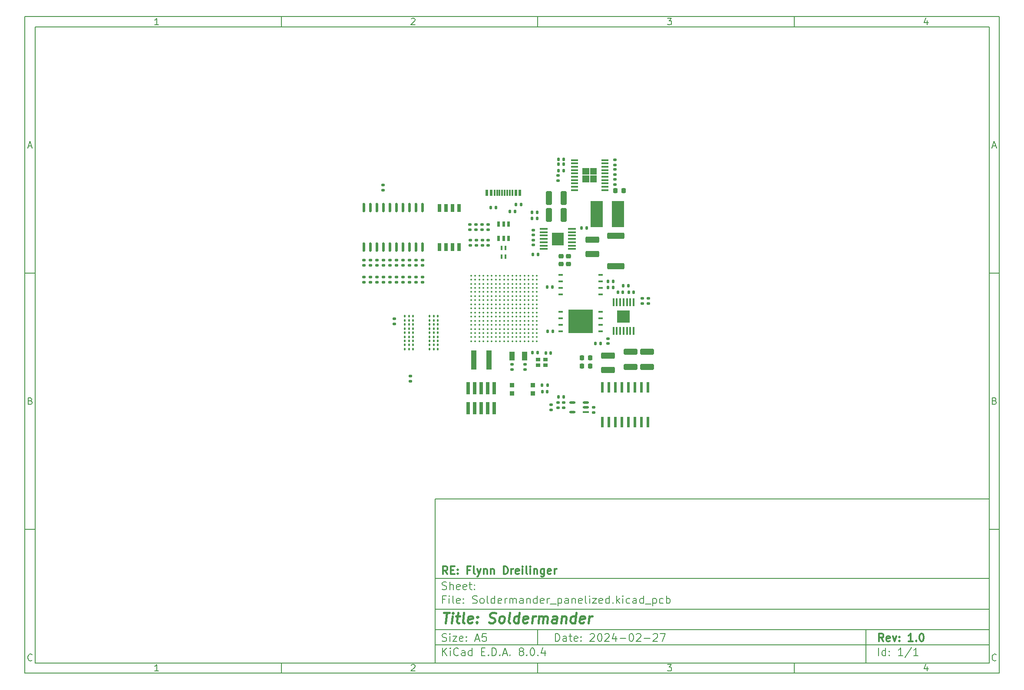
<source format=gbr>
%TF.GenerationSoftware,KiCad,Pcbnew,8.0.4*%
%TF.CreationDate,2024-07-26T20:24:48-07:00*%
%TF.ProjectId,Soldermander_panelized,536f6c64-6572-46d6-916e-6465725f7061,1.0*%
%TF.SameCoordinates,Original*%
%TF.FileFunction,Paste,Top*%
%TF.FilePolarity,Positive*%
%FSLAX46Y46*%
G04 Gerber Fmt 4.6, Leading zero omitted, Abs format (unit mm)*
G04 Created by KiCad (PCBNEW 8.0.4) date 2024-07-26 20:24:48*
%MOMM*%
%LPD*%
G01*
G04 APERTURE LIST*
G04 Aperture macros list*
%AMRoundRect*
0 Rectangle with rounded corners*
0 $1 Rounding radius*
0 $2 $3 $4 $5 $6 $7 $8 $9 X,Y pos of 4 corners*
0 Add a 4 corners polygon primitive as box body*
4,1,4,$2,$3,$4,$5,$6,$7,$8,$9,$2,$3,0*
0 Add four circle primitives for the rounded corners*
1,1,$1+$1,$2,$3*
1,1,$1+$1,$4,$5*
1,1,$1+$1,$6,$7*
1,1,$1+$1,$8,$9*
0 Add four rect primitives between the rounded corners*
20,1,$1+$1,$2,$3,$4,$5,0*
20,1,$1+$1,$4,$5,$6,$7,0*
20,1,$1+$1,$6,$7,$8,$9,0*
20,1,$1+$1,$8,$9,$2,$3,0*%
G04 Aperture macros list end*
%ADD10C,0.100000*%
%ADD11C,0.150000*%
%ADD12C,0.300000*%
%ADD13C,0.400000*%
%ADD14C,0.000000*%
%ADD15RoundRect,0.140000X-0.140000X-0.170000X0.140000X-0.170000X0.140000X0.170000X-0.140000X0.170000X0*%
%ADD16RoundRect,0.135000X0.185000X-0.135000X0.185000X0.135000X-0.185000X0.135000X-0.185000X-0.135000X0*%
%ADD17RoundRect,0.135000X-0.135000X-0.185000X0.135000X-0.185000X0.135000X0.185000X-0.135000X0.185000X0*%
%ADD18RoundRect,0.140000X-0.170000X0.140000X-0.170000X-0.140000X0.170000X-0.140000X0.170000X0.140000X0*%
%ADD19RoundRect,0.135000X-0.185000X0.135000X-0.185000X-0.135000X0.185000X-0.135000X0.185000X0.135000X0*%
%ADD20RoundRect,0.225000X-0.225000X-0.250000X0.225000X-0.250000X0.225000X0.250000X-0.225000X0.250000X0*%
%ADD21RoundRect,0.135000X0.135000X0.185000X-0.135000X0.185000X-0.135000X-0.185000X0.135000X-0.185000X0*%
%ADD22R,1.409700X0.355600*%
%ADD23RoundRect,0.140000X0.140000X0.170000X-0.140000X0.170000X-0.140000X-0.170000X0.140000X-0.170000X0*%
%ADD24RoundRect,0.250000X-1.100000X0.325000X-1.100000X-0.325000X1.100000X-0.325000X1.100000X0.325000X0*%
%ADD25RoundRect,0.225000X0.250000X-0.225000X0.250000X0.225000X-0.250000X0.225000X-0.250000X-0.225000X0*%
%ADD26R,1.600200X0.304800*%
%ADD27R,2.310000X2.460000*%
%ADD28R,0.762000X1.500000*%
%ADD29R,0.558800X0.977900*%
%ADD30R,1.000000X1.800000*%
%ADD31C,0.355600*%
%ADD32RoundRect,0.147500X0.172500X-0.147500X0.172500X0.147500X-0.172500X0.147500X-0.172500X-0.147500X0*%
%ADD33R,1.219200X0.457200*%
%ADD34O,1.219200X0.457200*%
%ADD35RoundRect,0.250000X-1.075000X0.375000X-1.075000X-0.375000X1.075000X-0.375000X1.075000X0.375000X0*%
%ADD36R,1.100000X3.700000*%
%ADD37R,0.900000X0.800000*%
%ADD38R,2.350000X5.100000*%
%ADD39R,0.558800X2.159000*%
%ADD40R,0.950000X0.450000*%
%ADD41R,0.304800X1.600200*%
%ADD42R,2.460000X2.310000*%
%ADD43C,0.457200*%
%ADD44O,0.560000X1.840000*%
%ADD45RoundRect,0.250000X0.325000X1.100000X-0.325000X1.100000X-0.325000X-1.100000X0.325000X-1.100000X0*%
%ADD46RoundRect,0.140000X0.170000X-0.140000X0.170000X0.140000X-0.170000X0.140000X-0.170000X-0.140000X0*%
%ADD47R,0.600000X1.150000*%
%ADD48R,0.300000X1.150000*%
%ADD49R,0.740000X2.400000*%
%ADD50RoundRect,0.250000X1.425000X-0.362500X1.425000X0.362500X-1.425000X0.362500X-1.425000X-0.362500X0*%
%ADD51R,0.900000X0.900000*%
%ADD52R,4.750000X4.650000*%
%ADD53R,0.406400X0.914400*%
G04 APERTURE END LIST*
D10*
D11*
X90007200Y-104005800D02*
X198007200Y-104005800D01*
X198007200Y-136005800D01*
X90007200Y-136005800D01*
X90007200Y-104005800D01*
D10*
D11*
X10000000Y-10000000D02*
X200007200Y-10000000D01*
X200007200Y-138005800D01*
X10000000Y-138005800D01*
X10000000Y-10000000D01*
D10*
D11*
X12000000Y-12000000D02*
X198007200Y-12000000D01*
X198007200Y-136005800D01*
X12000000Y-136005800D01*
X12000000Y-12000000D01*
D10*
D11*
X60000000Y-12000000D02*
X60000000Y-10000000D01*
D10*
D11*
X110000000Y-12000000D02*
X110000000Y-10000000D01*
D10*
D11*
X160000000Y-12000000D02*
X160000000Y-10000000D01*
D10*
D11*
X36089160Y-11593604D02*
X35346303Y-11593604D01*
X35717731Y-11593604D02*
X35717731Y-10293604D01*
X35717731Y-10293604D02*
X35593922Y-10479319D01*
X35593922Y-10479319D02*
X35470112Y-10603128D01*
X35470112Y-10603128D02*
X35346303Y-10665033D01*
D10*
D11*
X85346303Y-10417414D02*
X85408207Y-10355509D01*
X85408207Y-10355509D02*
X85532017Y-10293604D01*
X85532017Y-10293604D02*
X85841541Y-10293604D01*
X85841541Y-10293604D02*
X85965350Y-10355509D01*
X85965350Y-10355509D02*
X86027255Y-10417414D01*
X86027255Y-10417414D02*
X86089160Y-10541223D01*
X86089160Y-10541223D02*
X86089160Y-10665033D01*
X86089160Y-10665033D02*
X86027255Y-10850747D01*
X86027255Y-10850747D02*
X85284398Y-11593604D01*
X85284398Y-11593604D02*
X86089160Y-11593604D01*
D10*
D11*
X135284398Y-10293604D02*
X136089160Y-10293604D01*
X136089160Y-10293604D02*
X135655826Y-10788842D01*
X135655826Y-10788842D02*
X135841541Y-10788842D01*
X135841541Y-10788842D02*
X135965350Y-10850747D01*
X135965350Y-10850747D02*
X136027255Y-10912652D01*
X136027255Y-10912652D02*
X136089160Y-11036461D01*
X136089160Y-11036461D02*
X136089160Y-11345985D01*
X136089160Y-11345985D02*
X136027255Y-11469795D01*
X136027255Y-11469795D02*
X135965350Y-11531700D01*
X135965350Y-11531700D02*
X135841541Y-11593604D01*
X135841541Y-11593604D02*
X135470112Y-11593604D01*
X135470112Y-11593604D02*
X135346303Y-11531700D01*
X135346303Y-11531700D02*
X135284398Y-11469795D01*
D10*
D11*
X185965350Y-10726938D02*
X185965350Y-11593604D01*
X185655826Y-10231700D02*
X185346303Y-11160271D01*
X185346303Y-11160271D02*
X186151064Y-11160271D01*
D10*
D11*
X60000000Y-136005800D02*
X60000000Y-138005800D01*
D10*
D11*
X110000000Y-136005800D02*
X110000000Y-138005800D01*
D10*
D11*
X160000000Y-136005800D02*
X160000000Y-138005800D01*
D10*
D11*
X36089160Y-137599404D02*
X35346303Y-137599404D01*
X35717731Y-137599404D02*
X35717731Y-136299404D01*
X35717731Y-136299404D02*
X35593922Y-136485119D01*
X35593922Y-136485119D02*
X35470112Y-136608928D01*
X35470112Y-136608928D02*
X35346303Y-136670833D01*
D10*
D11*
X85346303Y-136423214D02*
X85408207Y-136361309D01*
X85408207Y-136361309D02*
X85532017Y-136299404D01*
X85532017Y-136299404D02*
X85841541Y-136299404D01*
X85841541Y-136299404D02*
X85965350Y-136361309D01*
X85965350Y-136361309D02*
X86027255Y-136423214D01*
X86027255Y-136423214D02*
X86089160Y-136547023D01*
X86089160Y-136547023D02*
X86089160Y-136670833D01*
X86089160Y-136670833D02*
X86027255Y-136856547D01*
X86027255Y-136856547D02*
X85284398Y-137599404D01*
X85284398Y-137599404D02*
X86089160Y-137599404D01*
D10*
D11*
X135284398Y-136299404D02*
X136089160Y-136299404D01*
X136089160Y-136299404D02*
X135655826Y-136794642D01*
X135655826Y-136794642D02*
X135841541Y-136794642D01*
X135841541Y-136794642D02*
X135965350Y-136856547D01*
X135965350Y-136856547D02*
X136027255Y-136918452D01*
X136027255Y-136918452D02*
X136089160Y-137042261D01*
X136089160Y-137042261D02*
X136089160Y-137351785D01*
X136089160Y-137351785D02*
X136027255Y-137475595D01*
X136027255Y-137475595D02*
X135965350Y-137537500D01*
X135965350Y-137537500D02*
X135841541Y-137599404D01*
X135841541Y-137599404D02*
X135470112Y-137599404D01*
X135470112Y-137599404D02*
X135346303Y-137537500D01*
X135346303Y-137537500D02*
X135284398Y-137475595D01*
D10*
D11*
X185965350Y-136732738D02*
X185965350Y-137599404D01*
X185655826Y-136237500D02*
X185346303Y-137166071D01*
X185346303Y-137166071D02*
X186151064Y-137166071D01*
D10*
D11*
X10000000Y-60000000D02*
X12000000Y-60000000D01*
D10*
D11*
X10000000Y-110000000D02*
X12000000Y-110000000D01*
D10*
D11*
X10690476Y-35222176D02*
X11309523Y-35222176D01*
X10566666Y-35593604D02*
X10999999Y-34293604D01*
X10999999Y-34293604D02*
X11433333Y-35593604D01*
D10*
D11*
X11092857Y-84912652D02*
X11278571Y-84974557D01*
X11278571Y-84974557D02*
X11340476Y-85036461D01*
X11340476Y-85036461D02*
X11402380Y-85160271D01*
X11402380Y-85160271D02*
X11402380Y-85345985D01*
X11402380Y-85345985D02*
X11340476Y-85469795D01*
X11340476Y-85469795D02*
X11278571Y-85531700D01*
X11278571Y-85531700D02*
X11154761Y-85593604D01*
X11154761Y-85593604D02*
X10659523Y-85593604D01*
X10659523Y-85593604D02*
X10659523Y-84293604D01*
X10659523Y-84293604D02*
X11092857Y-84293604D01*
X11092857Y-84293604D02*
X11216666Y-84355509D01*
X11216666Y-84355509D02*
X11278571Y-84417414D01*
X11278571Y-84417414D02*
X11340476Y-84541223D01*
X11340476Y-84541223D02*
X11340476Y-84665033D01*
X11340476Y-84665033D02*
X11278571Y-84788842D01*
X11278571Y-84788842D02*
X11216666Y-84850747D01*
X11216666Y-84850747D02*
X11092857Y-84912652D01*
X11092857Y-84912652D02*
X10659523Y-84912652D01*
D10*
D11*
X11402380Y-135469795D02*
X11340476Y-135531700D01*
X11340476Y-135531700D02*
X11154761Y-135593604D01*
X11154761Y-135593604D02*
X11030952Y-135593604D01*
X11030952Y-135593604D02*
X10845238Y-135531700D01*
X10845238Y-135531700D02*
X10721428Y-135407890D01*
X10721428Y-135407890D02*
X10659523Y-135284080D01*
X10659523Y-135284080D02*
X10597619Y-135036461D01*
X10597619Y-135036461D02*
X10597619Y-134850747D01*
X10597619Y-134850747D02*
X10659523Y-134603128D01*
X10659523Y-134603128D02*
X10721428Y-134479319D01*
X10721428Y-134479319D02*
X10845238Y-134355509D01*
X10845238Y-134355509D02*
X11030952Y-134293604D01*
X11030952Y-134293604D02*
X11154761Y-134293604D01*
X11154761Y-134293604D02*
X11340476Y-134355509D01*
X11340476Y-134355509D02*
X11402380Y-134417414D01*
D10*
D11*
X200007200Y-60000000D02*
X198007200Y-60000000D01*
D10*
D11*
X200007200Y-110000000D02*
X198007200Y-110000000D01*
D10*
D11*
X198697676Y-35222176D02*
X199316723Y-35222176D01*
X198573866Y-35593604D02*
X199007199Y-34293604D01*
X199007199Y-34293604D02*
X199440533Y-35593604D01*
D10*
D11*
X199100057Y-84912652D02*
X199285771Y-84974557D01*
X199285771Y-84974557D02*
X199347676Y-85036461D01*
X199347676Y-85036461D02*
X199409580Y-85160271D01*
X199409580Y-85160271D02*
X199409580Y-85345985D01*
X199409580Y-85345985D02*
X199347676Y-85469795D01*
X199347676Y-85469795D02*
X199285771Y-85531700D01*
X199285771Y-85531700D02*
X199161961Y-85593604D01*
X199161961Y-85593604D02*
X198666723Y-85593604D01*
X198666723Y-85593604D02*
X198666723Y-84293604D01*
X198666723Y-84293604D02*
X199100057Y-84293604D01*
X199100057Y-84293604D02*
X199223866Y-84355509D01*
X199223866Y-84355509D02*
X199285771Y-84417414D01*
X199285771Y-84417414D02*
X199347676Y-84541223D01*
X199347676Y-84541223D02*
X199347676Y-84665033D01*
X199347676Y-84665033D02*
X199285771Y-84788842D01*
X199285771Y-84788842D02*
X199223866Y-84850747D01*
X199223866Y-84850747D02*
X199100057Y-84912652D01*
X199100057Y-84912652D02*
X198666723Y-84912652D01*
D10*
D11*
X199409580Y-135469795D02*
X199347676Y-135531700D01*
X199347676Y-135531700D02*
X199161961Y-135593604D01*
X199161961Y-135593604D02*
X199038152Y-135593604D01*
X199038152Y-135593604D02*
X198852438Y-135531700D01*
X198852438Y-135531700D02*
X198728628Y-135407890D01*
X198728628Y-135407890D02*
X198666723Y-135284080D01*
X198666723Y-135284080D02*
X198604819Y-135036461D01*
X198604819Y-135036461D02*
X198604819Y-134850747D01*
X198604819Y-134850747D02*
X198666723Y-134603128D01*
X198666723Y-134603128D02*
X198728628Y-134479319D01*
X198728628Y-134479319D02*
X198852438Y-134355509D01*
X198852438Y-134355509D02*
X199038152Y-134293604D01*
X199038152Y-134293604D02*
X199161961Y-134293604D01*
X199161961Y-134293604D02*
X199347676Y-134355509D01*
X199347676Y-134355509D02*
X199409580Y-134417414D01*
D10*
D11*
X113463026Y-131791928D02*
X113463026Y-130291928D01*
X113463026Y-130291928D02*
X113820169Y-130291928D01*
X113820169Y-130291928D02*
X114034455Y-130363357D01*
X114034455Y-130363357D02*
X114177312Y-130506214D01*
X114177312Y-130506214D02*
X114248741Y-130649071D01*
X114248741Y-130649071D02*
X114320169Y-130934785D01*
X114320169Y-130934785D02*
X114320169Y-131149071D01*
X114320169Y-131149071D02*
X114248741Y-131434785D01*
X114248741Y-131434785D02*
X114177312Y-131577642D01*
X114177312Y-131577642D02*
X114034455Y-131720500D01*
X114034455Y-131720500D02*
X113820169Y-131791928D01*
X113820169Y-131791928D02*
X113463026Y-131791928D01*
X115605884Y-131791928D02*
X115605884Y-131006214D01*
X115605884Y-131006214D02*
X115534455Y-130863357D01*
X115534455Y-130863357D02*
X115391598Y-130791928D01*
X115391598Y-130791928D02*
X115105884Y-130791928D01*
X115105884Y-130791928D02*
X114963026Y-130863357D01*
X115605884Y-131720500D02*
X115463026Y-131791928D01*
X115463026Y-131791928D02*
X115105884Y-131791928D01*
X115105884Y-131791928D02*
X114963026Y-131720500D01*
X114963026Y-131720500D02*
X114891598Y-131577642D01*
X114891598Y-131577642D02*
X114891598Y-131434785D01*
X114891598Y-131434785D02*
X114963026Y-131291928D01*
X114963026Y-131291928D02*
X115105884Y-131220500D01*
X115105884Y-131220500D02*
X115463026Y-131220500D01*
X115463026Y-131220500D02*
X115605884Y-131149071D01*
X116105884Y-130791928D02*
X116677312Y-130791928D01*
X116320169Y-130291928D02*
X116320169Y-131577642D01*
X116320169Y-131577642D02*
X116391598Y-131720500D01*
X116391598Y-131720500D02*
X116534455Y-131791928D01*
X116534455Y-131791928D02*
X116677312Y-131791928D01*
X117748741Y-131720500D02*
X117605884Y-131791928D01*
X117605884Y-131791928D02*
X117320170Y-131791928D01*
X117320170Y-131791928D02*
X117177312Y-131720500D01*
X117177312Y-131720500D02*
X117105884Y-131577642D01*
X117105884Y-131577642D02*
X117105884Y-131006214D01*
X117105884Y-131006214D02*
X117177312Y-130863357D01*
X117177312Y-130863357D02*
X117320170Y-130791928D01*
X117320170Y-130791928D02*
X117605884Y-130791928D01*
X117605884Y-130791928D02*
X117748741Y-130863357D01*
X117748741Y-130863357D02*
X117820170Y-131006214D01*
X117820170Y-131006214D02*
X117820170Y-131149071D01*
X117820170Y-131149071D02*
X117105884Y-131291928D01*
X118463026Y-131649071D02*
X118534455Y-131720500D01*
X118534455Y-131720500D02*
X118463026Y-131791928D01*
X118463026Y-131791928D02*
X118391598Y-131720500D01*
X118391598Y-131720500D02*
X118463026Y-131649071D01*
X118463026Y-131649071D02*
X118463026Y-131791928D01*
X118463026Y-130863357D02*
X118534455Y-130934785D01*
X118534455Y-130934785D02*
X118463026Y-131006214D01*
X118463026Y-131006214D02*
X118391598Y-130934785D01*
X118391598Y-130934785D02*
X118463026Y-130863357D01*
X118463026Y-130863357D02*
X118463026Y-131006214D01*
X120248741Y-130434785D02*
X120320169Y-130363357D01*
X120320169Y-130363357D02*
X120463027Y-130291928D01*
X120463027Y-130291928D02*
X120820169Y-130291928D01*
X120820169Y-130291928D02*
X120963027Y-130363357D01*
X120963027Y-130363357D02*
X121034455Y-130434785D01*
X121034455Y-130434785D02*
X121105884Y-130577642D01*
X121105884Y-130577642D02*
X121105884Y-130720500D01*
X121105884Y-130720500D02*
X121034455Y-130934785D01*
X121034455Y-130934785D02*
X120177312Y-131791928D01*
X120177312Y-131791928D02*
X121105884Y-131791928D01*
X122034455Y-130291928D02*
X122177312Y-130291928D01*
X122177312Y-130291928D02*
X122320169Y-130363357D01*
X122320169Y-130363357D02*
X122391598Y-130434785D01*
X122391598Y-130434785D02*
X122463026Y-130577642D01*
X122463026Y-130577642D02*
X122534455Y-130863357D01*
X122534455Y-130863357D02*
X122534455Y-131220500D01*
X122534455Y-131220500D02*
X122463026Y-131506214D01*
X122463026Y-131506214D02*
X122391598Y-131649071D01*
X122391598Y-131649071D02*
X122320169Y-131720500D01*
X122320169Y-131720500D02*
X122177312Y-131791928D01*
X122177312Y-131791928D02*
X122034455Y-131791928D01*
X122034455Y-131791928D02*
X121891598Y-131720500D01*
X121891598Y-131720500D02*
X121820169Y-131649071D01*
X121820169Y-131649071D02*
X121748740Y-131506214D01*
X121748740Y-131506214D02*
X121677312Y-131220500D01*
X121677312Y-131220500D02*
X121677312Y-130863357D01*
X121677312Y-130863357D02*
X121748740Y-130577642D01*
X121748740Y-130577642D02*
X121820169Y-130434785D01*
X121820169Y-130434785D02*
X121891598Y-130363357D01*
X121891598Y-130363357D02*
X122034455Y-130291928D01*
X123105883Y-130434785D02*
X123177311Y-130363357D01*
X123177311Y-130363357D02*
X123320169Y-130291928D01*
X123320169Y-130291928D02*
X123677311Y-130291928D01*
X123677311Y-130291928D02*
X123820169Y-130363357D01*
X123820169Y-130363357D02*
X123891597Y-130434785D01*
X123891597Y-130434785D02*
X123963026Y-130577642D01*
X123963026Y-130577642D02*
X123963026Y-130720500D01*
X123963026Y-130720500D02*
X123891597Y-130934785D01*
X123891597Y-130934785D02*
X123034454Y-131791928D01*
X123034454Y-131791928D02*
X123963026Y-131791928D01*
X125248740Y-130791928D02*
X125248740Y-131791928D01*
X124891597Y-130220500D02*
X124534454Y-131291928D01*
X124534454Y-131291928D02*
X125463025Y-131291928D01*
X126034453Y-131220500D02*
X127177311Y-131220500D01*
X128177311Y-130291928D02*
X128320168Y-130291928D01*
X128320168Y-130291928D02*
X128463025Y-130363357D01*
X128463025Y-130363357D02*
X128534454Y-130434785D01*
X128534454Y-130434785D02*
X128605882Y-130577642D01*
X128605882Y-130577642D02*
X128677311Y-130863357D01*
X128677311Y-130863357D02*
X128677311Y-131220500D01*
X128677311Y-131220500D02*
X128605882Y-131506214D01*
X128605882Y-131506214D02*
X128534454Y-131649071D01*
X128534454Y-131649071D02*
X128463025Y-131720500D01*
X128463025Y-131720500D02*
X128320168Y-131791928D01*
X128320168Y-131791928D02*
X128177311Y-131791928D01*
X128177311Y-131791928D02*
X128034454Y-131720500D01*
X128034454Y-131720500D02*
X127963025Y-131649071D01*
X127963025Y-131649071D02*
X127891596Y-131506214D01*
X127891596Y-131506214D02*
X127820168Y-131220500D01*
X127820168Y-131220500D02*
X127820168Y-130863357D01*
X127820168Y-130863357D02*
X127891596Y-130577642D01*
X127891596Y-130577642D02*
X127963025Y-130434785D01*
X127963025Y-130434785D02*
X128034454Y-130363357D01*
X128034454Y-130363357D02*
X128177311Y-130291928D01*
X129248739Y-130434785D02*
X129320167Y-130363357D01*
X129320167Y-130363357D02*
X129463025Y-130291928D01*
X129463025Y-130291928D02*
X129820167Y-130291928D01*
X129820167Y-130291928D02*
X129963025Y-130363357D01*
X129963025Y-130363357D02*
X130034453Y-130434785D01*
X130034453Y-130434785D02*
X130105882Y-130577642D01*
X130105882Y-130577642D02*
X130105882Y-130720500D01*
X130105882Y-130720500D02*
X130034453Y-130934785D01*
X130034453Y-130934785D02*
X129177310Y-131791928D01*
X129177310Y-131791928D02*
X130105882Y-131791928D01*
X130748738Y-131220500D02*
X131891596Y-131220500D01*
X132534453Y-130434785D02*
X132605881Y-130363357D01*
X132605881Y-130363357D02*
X132748739Y-130291928D01*
X132748739Y-130291928D02*
X133105881Y-130291928D01*
X133105881Y-130291928D02*
X133248739Y-130363357D01*
X133248739Y-130363357D02*
X133320167Y-130434785D01*
X133320167Y-130434785D02*
X133391596Y-130577642D01*
X133391596Y-130577642D02*
X133391596Y-130720500D01*
X133391596Y-130720500D02*
X133320167Y-130934785D01*
X133320167Y-130934785D02*
X132463024Y-131791928D01*
X132463024Y-131791928D02*
X133391596Y-131791928D01*
X133891595Y-130291928D02*
X134891595Y-130291928D01*
X134891595Y-130291928D02*
X134248738Y-131791928D01*
D10*
D11*
X90007200Y-132505800D02*
X198007200Y-132505800D01*
D10*
D11*
X91463026Y-134591928D02*
X91463026Y-133091928D01*
X92320169Y-134591928D02*
X91677312Y-133734785D01*
X92320169Y-133091928D02*
X91463026Y-133949071D01*
X92963026Y-134591928D02*
X92963026Y-133591928D01*
X92963026Y-133091928D02*
X92891598Y-133163357D01*
X92891598Y-133163357D02*
X92963026Y-133234785D01*
X92963026Y-133234785D02*
X93034455Y-133163357D01*
X93034455Y-133163357D02*
X92963026Y-133091928D01*
X92963026Y-133091928D02*
X92963026Y-133234785D01*
X94534455Y-134449071D02*
X94463027Y-134520500D01*
X94463027Y-134520500D02*
X94248741Y-134591928D01*
X94248741Y-134591928D02*
X94105884Y-134591928D01*
X94105884Y-134591928D02*
X93891598Y-134520500D01*
X93891598Y-134520500D02*
X93748741Y-134377642D01*
X93748741Y-134377642D02*
X93677312Y-134234785D01*
X93677312Y-134234785D02*
X93605884Y-133949071D01*
X93605884Y-133949071D02*
X93605884Y-133734785D01*
X93605884Y-133734785D02*
X93677312Y-133449071D01*
X93677312Y-133449071D02*
X93748741Y-133306214D01*
X93748741Y-133306214D02*
X93891598Y-133163357D01*
X93891598Y-133163357D02*
X94105884Y-133091928D01*
X94105884Y-133091928D02*
X94248741Y-133091928D01*
X94248741Y-133091928D02*
X94463027Y-133163357D01*
X94463027Y-133163357D02*
X94534455Y-133234785D01*
X95820170Y-134591928D02*
X95820170Y-133806214D01*
X95820170Y-133806214D02*
X95748741Y-133663357D01*
X95748741Y-133663357D02*
X95605884Y-133591928D01*
X95605884Y-133591928D02*
X95320170Y-133591928D01*
X95320170Y-133591928D02*
X95177312Y-133663357D01*
X95820170Y-134520500D02*
X95677312Y-134591928D01*
X95677312Y-134591928D02*
X95320170Y-134591928D01*
X95320170Y-134591928D02*
X95177312Y-134520500D01*
X95177312Y-134520500D02*
X95105884Y-134377642D01*
X95105884Y-134377642D02*
X95105884Y-134234785D01*
X95105884Y-134234785D02*
X95177312Y-134091928D01*
X95177312Y-134091928D02*
X95320170Y-134020500D01*
X95320170Y-134020500D02*
X95677312Y-134020500D01*
X95677312Y-134020500D02*
X95820170Y-133949071D01*
X97177313Y-134591928D02*
X97177313Y-133091928D01*
X97177313Y-134520500D02*
X97034455Y-134591928D01*
X97034455Y-134591928D02*
X96748741Y-134591928D01*
X96748741Y-134591928D02*
X96605884Y-134520500D01*
X96605884Y-134520500D02*
X96534455Y-134449071D01*
X96534455Y-134449071D02*
X96463027Y-134306214D01*
X96463027Y-134306214D02*
X96463027Y-133877642D01*
X96463027Y-133877642D02*
X96534455Y-133734785D01*
X96534455Y-133734785D02*
X96605884Y-133663357D01*
X96605884Y-133663357D02*
X96748741Y-133591928D01*
X96748741Y-133591928D02*
X97034455Y-133591928D01*
X97034455Y-133591928D02*
X97177313Y-133663357D01*
X99034455Y-133806214D02*
X99534455Y-133806214D01*
X99748741Y-134591928D02*
X99034455Y-134591928D01*
X99034455Y-134591928D02*
X99034455Y-133091928D01*
X99034455Y-133091928D02*
X99748741Y-133091928D01*
X100391598Y-134449071D02*
X100463027Y-134520500D01*
X100463027Y-134520500D02*
X100391598Y-134591928D01*
X100391598Y-134591928D02*
X100320170Y-134520500D01*
X100320170Y-134520500D02*
X100391598Y-134449071D01*
X100391598Y-134449071D02*
X100391598Y-134591928D01*
X101105884Y-134591928D02*
X101105884Y-133091928D01*
X101105884Y-133091928D02*
X101463027Y-133091928D01*
X101463027Y-133091928D02*
X101677313Y-133163357D01*
X101677313Y-133163357D02*
X101820170Y-133306214D01*
X101820170Y-133306214D02*
X101891599Y-133449071D01*
X101891599Y-133449071D02*
X101963027Y-133734785D01*
X101963027Y-133734785D02*
X101963027Y-133949071D01*
X101963027Y-133949071D02*
X101891599Y-134234785D01*
X101891599Y-134234785D02*
X101820170Y-134377642D01*
X101820170Y-134377642D02*
X101677313Y-134520500D01*
X101677313Y-134520500D02*
X101463027Y-134591928D01*
X101463027Y-134591928D02*
X101105884Y-134591928D01*
X102605884Y-134449071D02*
X102677313Y-134520500D01*
X102677313Y-134520500D02*
X102605884Y-134591928D01*
X102605884Y-134591928D02*
X102534456Y-134520500D01*
X102534456Y-134520500D02*
X102605884Y-134449071D01*
X102605884Y-134449071D02*
X102605884Y-134591928D01*
X103248742Y-134163357D02*
X103963028Y-134163357D01*
X103105885Y-134591928D02*
X103605885Y-133091928D01*
X103605885Y-133091928D02*
X104105885Y-134591928D01*
X104605884Y-134449071D02*
X104677313Y-134520500D01*
X104677313Y-134520500D02*
X104605884Y-134591928D01*
X104605884Y-134591928D02*
X104534456Y-134520500D01*
X104534456Y-134520500D02*
X104605884Y-134449071D01*
X104605884Y-134449071D02*
X104605884Y-134591928D01*
X106677313Y-133734785D02*
X106534456Y-133663357D01*
X106534456Y-133663357D02*
X106463027Y-133591928D01*
X106463027Y-133591928D02*
X106391599Y-133449071D01*
X106391599Y-133449071D02*
X106391599Y-133377642D01*
X106391599Y-133377642D02*
X106463027Y-133234785D01*
X106463027Y-133234785D02*
X106534456Y-133163357D01*
X106534456Y-133163357D02*
X106677313Y-133091928D01*
X106677313Y-133091928D02*
X106963027Y-133091928D01*
X106963027Y-133091928D02*
X107105885Y-133163357D01*
X107105885Y-133163357D02*
X107177313Y-133234785D01*
X107177313Y-133234785D02*
X107248742Y-133377642D01*
X107248742Y-133377642D02*
X107248742Y-133449071D01*
X107248742Y-133449071D02*
X107177313Y-133591928D01*
X107177313Y-133591928D02*
X107105885Y-133663357D01*
X107105885Y-133663357D02*
X106963027Y-133734785D01*
X106963027Y-133734785D02*
X106677313Y-133734785D01*
X106677313Y-133734785D02*
X106534456Y-133806214D01*
X106534456Y-133806214D02*
X106463027Y-133877642D01*
X106463027Y-133877642D02*
X106391599Y-134020500D01*
X106391599Y-134020500D02*
X106391599Y-134306214D01*
X106391599Y-134306214D02*
X106463027Y-134449071D01*
X106463027Y-134449071D02*
X106534456Y-134520500D01*
X106534456Y-134520500D02*
X106677313Y-134591928D01*
X106677313Y-134591928D02*
X106963027Y-134591928D01*
X106963027Y-134591928D02*
X107105885Y-134520500D01*
X107105885Y-134520500D02*
X107177313Y-134449071D01*
X107177313Y-134449071D02*
X107248742Y-134306214D01*
X107248742Y-134306214D02*
X107248742Y-134020500D01*
X107248742Y-134020500D02*
X107177313Y-133877642D01*
X107177313Y-133877642D02*
X107105885Y-133806214D01*
X107105885Y-133806214D02*
X106963027Y-133734785D01*
X107891598Y-134449071D02*
X107963027Y-134520500D01*
X107963027Y-134520500D02*
X107891598Y-134591928D01*
X107891598Y-134591928D02*
X107820170Y-134520500D01*
X107820170Y-134520500D02*
X107891598Y-134449071D01*
X107891598Y-134449071D02*
X107891598Y-134591928D01*
X108891599Y-133091928D02*
X109034456Y-133091928D01*
X109034456Y-133091928D02*
X109177313Y-133163357D01*
X109177313Y-133163357D02*
X109248742Y-133234785D01*
X109248742Y-133234785D02*
X109320170Y-133377642D01*
X109320170Y-133377642D02*
X109391599Y-133663357D01*
X109391599Y-133663357D02*
X109391599Y-134020500D01*
X109391599Y-134020500D02*
X109320170Y-134306214D01*
X109320170Y-134306214D02*
X109248742Y-134449071D01*
X109248742Y-134449071D02*
X109177313Y-134520500D01*
X109177313Y-134520500D02*
X109034456Y-134591928D01*
X109034456Y-134591928D02*
X108891599Y-134591928D01*
X108891599Y-134591928D02*
X108748742Y-134520500D01*
X108748742Y-134520500D02*
X108677313Y-134449071D01*
X108677313Y-134449071D02*
X108605884Y-134306214D01*
X108605884Y-134306214D02*
X108534456Y-134020500D01*
X108534456Y-134020500D02*
X108534456Y-133663357D01*
X108534456Y-133663357D02*
X108605884Y-133377642D01*
X108605884Y-133377642D02*
X108677313Y-133234785D01*
X108677313Y-133234785D02*
X108748742Y-133163357D01*
X108748742Y-133163357D02*
X108891599Y-133091928D01*
X110034455Y-134449071D02*
X110105884Y-134520500D01*
X110105884Y-134520500D02*
X110034455Y-134591928D01*
X110034455Y-134591928D02*
X109963027Y-134520500D01*
X109963027Y-134520500D02*
X110034455Y-134449071D01*
X110034455Y-134449071D02*
X110034455Y-134591928D01*
X111391599Y-133591928D02*
X111391599Y-134591928D01*
X111034456Y-133020500D02*
X110677313Y-134091928D01*
X110677313Y-134091928D02*
X111605884Y-134091928D01*
D10*
D11*
X90007200Y-129505800D02*
X198007200Y-129505800D01*
D10*
D12*
X177418853Y-131784128D02*
X176918853Y-131069842D01*
X176561710Y-131784128D02*
X176561710Y-130284128D01*
X176561710Y-130284128D02*
X177133139Y-130284128D01*
X177133139Y-130284128D02*
X177275996Y-130355557D01*
X177275996Y-130355557D02*
X177347425Y-130426985D01*
X177347425Y-130426985D02*
X177418853Y-130569842D01*
X177418853Y-130569842D02*
X177418853Y-130784128D01*
X177418853Y-130784128D02*
X177347425Y-130926985D01*
X177347425Y-130926985D02*
X177275996Y-130998414D01*
X177275996Y-130998414D02*
X177133139Y-131069842D01*
X177133139Y-131069842D02*
X176561710Y-131069842D01*
X178633139Y-131712700D02*
X178490282Y-131784128D01*
X178490282Y-131784128D02*
X178204568Y-131784128D01*
X178204568Y-131784128D02*
X178061710Y-131712700D01*
X178061710Y-131712700D02*
X177990282Y-131569842D01*
X177990282Y-131569842D02*
X177990282Y-130998414D01*
X177990282Y-130998414D02*
X178061710Y-130855557D01*
X178061710Y-130855557D02*
X178204568Y-130784128D01*
X178204568Y-130784128D02*
X178490282Y-130784128D01*
X178490282Y-130784128D02*
X178633139Y-130855557D01*
X178633139Y-130855557D02*
X178704568Y-130998414D01*
X178704568Y-130998414D02*
X178704568Y-131141271D01*
X178704568Y-131141271D02*
X177990282Y-131284128D01*
X179204567Y-130784128D02*
X179561710Y-131784128D01*
X179561710Y-131784128D02*
X179918853Y-130784128D01*
X180490281Y-131641271D02*
X180561710Y-131712700D01*
X180561710Y-131712700D02*
X180490281Y-131784128D01*
X180490281Y-131784128D02*
X180418853Y-131712700D01*
X180418853Y-131712700D02*
X180490281Y-131641271D01*
X180490281Y-131641271D02*
X180490281Y-131784128D01*
X180490281Y-130855557D02*
X180561710Y-130926985D01*
X180561710Y-130926985D02*
X180490281Y-130998414D01*
X180490281Y-130998414D02*
X180418853Y-130926985D01*
X180418853Y-130926985D02*
X180490281Y-130855557D01*
X180490281Y-130855557D02*
X180490281Y-130998414D01*
X183133139Y-131784128D02*
X182275996Y-131784128D01*
X182704567Y-131784128D02*
X182704567Y-130284128D01*
X182704567Y-130284128D02*
X182561710Y-130498414D01*
X182561710Y-130498414D02*
X182418853Y-130641271D01*
X182418853Y-130641271D02*
X182275996Y-130712700D01*
X183775995Y-131641271D02*
X183847424Y-131712700D01*
X183847424Y-131712700D02*
X183775995Y-131784128D01*
X183775995Y-131784128D02*
X183704567Y-131712700D01*
X183704567Y-131712700D02*
X183775995Y-131641271D01*
X183775995Y-131641271D02*
X183775995Y-131784128D01*
X184775996Y-130284128D02*
X184918853Y-130284128D01*
X184918853Y-130284128D02*
X185061710Y-130355557D01*
X185061710Y-130355557D02*
X185133139Y-130426985D01*
X185133139Y-130426985D02*
X185204567Y-130569842D01*
X185204567Y-130569842D02*
X185275996Y-130855557D01*
X185275996Y-130855557D02*
X185275996Y-131212700D01*
X185275996Y-131212700D02*
X185204567Y-131498414D01*
X185204567Y-131498414D02*
X185133139Y-131641271D01*
X185133139Y-131641271D02*
X185061710Y-131712700D01*
X185061710Y-131712700D02*
X184918853Y-131784128D01*
X184918853Y-131784128D02*
X184775996Y-131784128D01*
X184775996Y-131784128D02*
X184633139Y-131712700D01*
X184633139Y-131712700D02*
X184561710Y-131641271D01*
X184561710Y-131641271D02*
X184490281Y-131498414D01*
X184490281Y-131498414D02*
X184418853Y-131212700D01*
X184418853Y-131212700D02*
X184418853Y-130855557D01*
X184418853Y-130855557D02*
X184490281Y-130569842D01*
X184490281Y-130569842D02*
X184561710Y-130426985D01*
X184561710Y-130426985D02*
X184633139Y-130355557D01*
X184633139Y-130355557D02*
X184775996Y-130284128D01*
D10*
D11*
X91391598Y-131720500D02*
X91605884Y-131791928D01*
X91605884Y-131791928D02*
X91963026Y-131791928D01*
X91963026Y-131791928D02*
X92105884Y-131720500D01*
X92105884Y-131720500D02*
X92177312Y-131649071D01*
X92177312Y-131649071D02*
X92248741Y-131506214D01*
X92248741Y-131506214D02*
X92248741Y-131363357D01*
X92248741Y-131363357D02*
X92177312Y-131220500D01*
X92177312Y-131220500D02*
X92105884Y-131149071D01*
X92105884Y-131149071D02*
X91963026Y-131077642D01*
X91963026Y-131077642D02*
X91677312Y-131006214D01*
X91677312Y-131006214D02*
X91534455Y-130934785D01*
X91534455Y-130934785D02*
X91463026Y-130863357D01*
X91463026Y-130863357D02*
X91391598Y-130720500D01*
X91391598Y-130720500D02*
X91391598Y-130577642D01*
X91391598Y-130577642D02*
X91463026Y-130434785D01*
X91463026Y-130434785D02*
X91534455Y-130363357D01*
X91534455Y-130363357D02*
X91677312Y-130291928D01*
X91677312Y-130291928D02*
X92034455Y-130291928D01*
X92034455Y-130291928D02*
X92248741Y-130363357D01*
X92891597Y-131791928D02*
X92891597Y-130791928D01*
X92891597Y-130291928D02*
X92820169Y-130363357D01*
X92820169Y-130363357D02*
X92891597Y-130434785D01*
X92891597Y-130434785D02*
X92963026Y-130363357D01*
X92963026Y-130363357D02*
X92891597Y-130291928D01*
X92891597Y-130291928D02*
X92891597Y-130434785D01*
X93463026Y-130791928D02*
X94248741Y-130791928D01*
X94248741Y-130791928D02*
X93463026Y-131791928D01*
X93463026Y-131791928D02*
X94248741Y-131791928D01*
X95391598Y-131720500D02*
X95248741Y-131791928D01*
X95248741Y-131791928D02*
X94963027Y-131791928D01*
X94963027Y-131791928D02*
X94820169Y-131720500D01*
X94820169Y-131720500D02*
X94748741Y-131577642D01*
X94748741Y-131577642D02*
X94748741Y-131006214D01*
X94748741Y-131006214D02*
X94820169Y-130863357D01*
X94820169Y-130863357D02*
X94963027Y-130791928D01*
X94963027Y-130791928D02*
X95248741Y-130791928D01*
X95248741Y-130791928D02*
X95391598Y-130863357D01*
X95391598Y-130863357D02*
X95463027Y-131006214D01*
X95463027Y-131006214D02*
X95463027Y-131149071D01*
X95463027Y-131149071D02*
X94748741Y-131291928D01*
X96105883Y-131649071D02*
X96177312Y-131720500D01*
X96177312Y-131720500D02*
X96105883Y-131791928D01*
X96105883Y-131791928D02*
X96034455Y-131720500D01*
X96034455Y-131720500D02*
X96105883Y-131649071D01*
X96105883Y-131649071D02*
X96105883Y-131791928D01*
X96105883Y-130863357D02*
X96177312Y-130934785D01*
X96177312Y-130934785D02*
X96105883Y-131006214D01*
X96105883Y-131006214D02*
X96034455Y-130934785D01*
X96034455Y-130934785D02*
X96105883Y-130863357D01*
X96105883Y-130863357D02*
X96105883Y-131006214D01*
X97891598Y-131363357D02*
X98605884Y-131363357D01*
X97748741Y-131791928D02*
X98248741Y-130291928D01*
X98248741Y-130291928D02*
X98748741Y-131791928D01*
X99963026Y-130291928D02*
X99248740Y-130291928D01*
X99248740Y-130291928D02*
X99177312Y-131006214D01*
X99177312Y-131006214D02*
X99248740Y-130934785D01*
X99248740Y-130934785D02*
X99391598Y-130863357D01*
X99391598Y-130863357D02*
X99748740Y-130863357D01*
X99748740Y-130863357D02*
X99891598Y-130934785D01*
X99891598Y-130934785D02*
X99963026Y-131006214D01*
X99963026Y-131006214D02*
X100034455Y-131149071D01*
X100034455Y-131149071D02*
X100034455Y-131506214D01*
X100034455Y-131506214D02*
X99963026Y-131649071D01*
X99963026Y-131649071D02*
X99891598Y-131720500D01*
X99891598Y-131720500D02*
X99748740Y-131791928D01*
X99748740Y-131791928D02*
X99391598Y-131791928D01*
X99391598Y-131791928D02*
X99248740Y-131720500D01*
X99248740Y-131720500D02*
X99177312Y-131649071D01*
D10*
D11*
X176463026Y-134591928D02*
X176463026Y-133091928D01*
X177820170Y-134591928D02*
X177820170Y-133091928D01*
X177820170Y-134520500D02*
X177677312Y-134591928D01*
X177677312Y-134591928D02*
X177391598Y-134591928D01*
X177391598Y-134591928D02*
X177248741Y-134520500D01*
X177248741Y-134520500D02*
X177177312Y-134449071D01*
X177177312Y-134449071D02*
X177105884Y-134306214D01*
X177105884Y-134306214D02*
X177105884Y-133877642D01*
X177105884Y-133877642D02*
X177177312Y-133734785D01*
X177177312Y-133734785D02*
X177248741Y-133663357D01*
X177248741Y-133663357D02*
X177391598Y-133591928D01*
X177391598Y-133591928D02*
X177677312Y-133591928D01*
X177677312Y-133591928D02*
X177820170Y-133663357D01*
X178534455Y-134449071D02*
X178605884Y-134520500D01*
X178605884Y-134520500D02*
X178534455Y-134591928D01*
X178534455Y-134591928D02*
X178463027Y-134520500D01*
X178463027Y-134520500D02*
X178534455Y-134449071D01*
X178534455Y-134449071D02*
X178534455Y-134591928D01*
X178534455Y-133663357D02*
X178605884Y-133734785D01*
X178605884Y-133734785D02*
X178534455Y-133806214D01*
X178534455Y-133806214D02*
X178463027Y-133734785D01*
X178463027Y-133734785D02*
X178534455Y-133663357D01*
X178534455Y-133663357D02*
X178534455Y-133806214D01*
X181177313Y-134591928D02*
X180320170Y-134591928D01*
X180748741Y-134591928D02*
X180748741Y-133091928D01*
X180748741Y-133091928D02*
X180605884Y-133306214D01*
X180605884Y-133306214D02*
X180463027Y-133449071D01*
X180463027Y-133449071D02*
X180320170Y-133520500D01*
X182891598Y-133020500D02*
X181605884Y-134949071D01*
X184177313Y-134591928D02*
X183320170Y-134591928D01*
X183748741Y-134591928D02*
X183748741Y-133091928D01*
X183748741Y-133091928D02*
X183605884Y-133306214D01*
X183605884Y-133306214D02*
X183463027Y-133449071D01*
X183463027Y-133449071D02*
X183320170Y-133520500D01*
D10*
D11*
X90007200Y-125505800D02*
X198007200Y-125505800D01*
D10*
D13*
X91698928Y-126210238D02*
X92841785Y-126210238D01*
X92020357Y-128210238D02*
X92270357Y-126210238D01*
X93258452Y-128210238D02*
X93425119Y-126876904D01*
X93508452Y-126210238D02*
X93401309Y-126305476D01*
X93401309Y-126305476D02*
X93484643Y-126400714D01*
X93484643Y-126400714D02*
X93591786Y-126305476D01*
X93591786Y-126305476D02*
X93508452Y-126210238D01*
X93508452Y-126210238D02*
X93484643Y-126400714D01*
X94091786Y-126876904D02*
X94853690Y-126876904D01*
X94460833Y-126210238D02*
X94246548Y-127924523D01*
X94246548Y-127924523D02*
X94317976Y-128115000D01*
X94317976Y-128115000D02*
X94496548Y-128210238D01*
X94496548Y-128210238D02*
X94687024Y-128210238D01*
X95639405Y-128210238D02*
X95460833Y-128115000D01*
X95460833Y-128115000D02*
X95389405Y-127924523D01*
X95389405Y-127924523D02*
X95603690Y-126210238D01*
X97175119Y-128115000D02*
X96972738Y-128210238D01*
X96972738Y-128210238D02*
X96591785Y-128210238D01*
X96591785Y-128210238D02*
X96413214Y-128115000D01*
X96413214Y-128115000D02*
X96341785Y-127924523D01*
X96341785Y-127924523D02*
X96437024Y-127162619D01*
X96437024Y-127162619D02*
X96556071Y-126972142D01*
X96556071Y-126972142D02*
X96758452Y-126876904D01*
X96758452Y-126876904D02*
X97139404Y-126876904D01*
X97139404Y-126876904D02*
X97317976Y-126972142D01*
X97317976Y-126972142D02*
X97389404Y-127162619D01*
X97389404Y-127162619D02*
X97365595Y-127353095D01*
X97365595Y-127353095D02*
X96389404Y-127543571D01*
X98139405Y-128019761D02*
X98222738Y-128115000D01*
X98222738Y-128115000D02*
X98115595Y-128210238D01*
X98115595Y-128210238D02*
X98032262Y-128115000D01*
X98032262Y-128115000D02*
X98139405Y-128019761D01*
X98139405Y-128019761D02*
X98115595Y-128210238D01*
X98270357Y-126972142D02*
X98353690Y-127067380D01*
X98353690Y-127067380D02*
X98246548Y-127162619D01*
X98246548Y-127162619D02*
X98163214Y-127067380D01*
X98163214Y-127067380D02*
X98270357Y-126972142D01*
X98270357Y-126972142D02*
X98246548Y-127162619D01*
X100508453Y-128115000D02*
X100782262Y-128210238D01*
X100782262Y-128210238D02*
X101258453Y-128210238D01*
X101258453Y-128210238D02*
X101460834Y-128115000D01*
X101460834Y-128115000D02*
X101567977Y-128019761D01*
X101567977Y-128019761D02*
X101687024Y-127829285D01*
X101687024Y-127829285D02*
X101710834Y-127638809D01*
X101710834Y-127638809D02*
X101639405Y-127448333D01*
X101639405Y-127448333D02*
X101556072Y-127353095D01*
X101556072Y-127353095D02*
X101377501Y-127257857D01*
X101377501Y-127257857D02*
X101008453Y-127162619D01*
X101008453Y-127162619D02*
X100829881Y-127067380D01*
X100829881Y-127067380D02*
X100746548Y-126972142D01*
X100746548Y-126972142D02*
X100675120Y-126781666D01*
X100675120Y-126781666D02*
X100698929Y-126591190D01*
X100698929Y-126591190D02*
X100817977Y-126400714D01*
X100817977Y-126400714D02*
X100925120Y-126305476D01*
X100925120Y-126305476D02*
X101127501Y-126210238D01*
X101127501Y-126210238D02*
X101603691Y-126210238D01*
X101603691Y-126210238D02*
X101877501Y-126305476D01*
X102782263Y-128210238D02*
X102603691Y-128115000D01*
X102603691Y-128115000D02*
X102520358Y-128019761D01*
X102520358Y-128019761D02*
X102448929Y-127829285D01*
X102448929Y-127829285D02*
X102520358Y-127257857D01*
X102520358Y-127257857D02*
X102639405Y-127067380D01*
X102639405Y-127067380D02*
X102746548Y-126972142D01*
X102746548Y-126972142D02*
X102948929Y-126876904D01*
X102948929Y-126876904D02*
X103234643Y-126876904D01*
X103234643Y-126876904D02*
X103413215Y-126972142D01*
X103413215Y-126972142D02*
X103496548Y-127067380D01*
X103496548Y-127067380D02*
X103567977Y-127257857D01*
X103567977Y-127257857D02*
X103496548Y-127829285D01*
X103496548Y-127829285D02*
X103377501Y-128019761D01*
X103377501Y-128019761D02*
X103270358Y-128115000D01*
X103270358Y-128115000D02*
X103067977Y-128210238D01*
X103067977Y-128210238D02*
X102782263Y-128210238D01*
X104591787Y-128210238D02*
X104413215Y-128115000D01*
X104413215Y-128115000D02*
X104341787Y-127924523D01*
X104341787Y-127924523D02*
X104556072Y-126210238D01*
X106210834Y-128210238D02*
X106460834Y-126210238D01*
X106222739Y-128115000D02*
X106020358Y-128210238D01*
X106020358Y-128210238D02*
X105639406Y-128210238D01*
X105639406Y-128210238D02*
X105460834Y-128115000D01*
X105460834Y-128115000D02*
X105377501Y-128019761D01*
X105377501Y-128019761D02*
X105306072Y-127829285D01*
X105306072Y-127829285D02*
X105377501Y-127257857D01*
X105377501Y-127257857D02*
X105496548Y-127067380D01*
X105496548Y-127067380D02*
X105603691Y-126972142D01*
X105603691Y-126972142D02*
X105806072Y-126876904D01*
X105806072Y-126876904D02*
X106187025Y-126876904D01*
X106187025Y-126876904D02*
X106365596Y-126972142D01*
X107937025Y-128115000D02*
X107734644Y-128210238D01*
X107734644Y-128210238D02*
X107353691Y-128210238D01*
X107353691Y-128210238D02*
X107175120Y-128115000D01*
X107175120Y-128115000D02*
X107103691Y-127924523D01*
X107103691Y-127924523D02*
X107198930Y-127162619D01*
X107198930Y-127162619D02*
X107317977Y-126972142D01*
X107317977Y-126972142D02*
X107520358Y-126876904D01*
X107520358Y-126876904D02*
X107901310Y-126876904D01*
X107901310Y-126876904D02*
X108079882Y-126972142D01*
X108079882Y-126972142D02*
X108151310Y-127162619D01*
X108151310Y-127162619D02*
X108127501Y-127353095D01*
X108127501Y-127353095D02*
X107151310Y-127543571D01*
X108877501Y-128210238D02*
X109044168Y-126876904D01*
X108996549Y-127257857D02*
X109115596Y-127067380D01*
X109115596Y-127067380D02*
X109222739Y-126972142D01*
X109222739Y-126972142D02*
X109425120Y-126876904D01*
X109425120Y-126876904D02*
X109615596Y-126876904D01*
X110115596Y-128210238D02*
X110282263Y-126876904D01*
X110258453Y-127067380D02*
X110365596Y-126972142D01*
X110365596Y-126972142D02*
X110567977Y-126876904D01*
X110567977Y-126876904D02*
X110853691Y-126876904D01*
X110853691Y-126876904D02*
X111032263Y-126972142D01*
X111032263Y-126972142D02*
X111103691Y-127162619D01*
X111103691Y-127162619D02*
X110972739Y-128210238D01*
X111103691Y-127162619D02*
X111222739Y-126972142D01*
X111222739Y-126972142D02*
X111425120Y-126876904D01*
X111425120Y-126876904D02*
X111710834Y-126876904D01*
X111710834Y-126876904D02*
X111889406Y-126972142D01*
X111889406Y-126972142D02*
X111960834Y-127162619D01*
X111960834Y-127162619D02*
X111829882Y-128210238D01*
X113639406Y-128210238D02*
X113770358Y-127162619D01*
X113770358Y-127162619D02*
X113698930Y-126972142D01*
X113698930Y-126972142D02*
X113520358Y-126876904D01*
X113520358Y-126876904D02*
X113139406Y-126876904D01*
X113139406Y-126876904D02*
X112937025Y-126972142D01*
X113651311Y-128115000D02*
X113448930Y-128210238D01*
X113448930Y-128210238D02*
X112972739Y-128210238D01*
X112972739Y-128210238D02*
X112794168Y-128115000D01*
X112794168Y-128115000D02*
X112722739Y-127924523D01*
X112722739Y-127924523D02*
X112746549Y-127734047D01*
X112746549Y-127734047D02*
X112865597Y-127543571D01*
X112865597Y-127543571D02*
X113067978Y-127448333D01*
X113067978Y-127448333D02*
X113544168Y-127448333D01*
X113544168Y-127448333D02*
X113746549Y-127353095D01*
X114758454Y-126876904D02*
X114591787Y-128210238D01*
X114734644Y-127067380D02*
X114841787Y-126972142D01*
X114841787Y-126972142D02*
X115044168Y-126876904D01*
X115044168Y-126876904D02*
X115329882Y-126876904D01*
X115329882Y-126876904D02*
X115508454Y-126972142D01*
X115508454Y-126972142D02*
X115579882Y-127162619D01*
X115579882Y-127162619D02*
X115448930Y-128210238D01*
X117258454Y-128210238D02*
X117508454Y-126210238D01*
X117270359Y-128115000D02*
X117067978Y-128210238D01*
X117067978Y-128210238D02*
X116687026Y-128210238D01*
X116687026Y-128210238D02*
X116508454Y-128115000D01*
X116508454Y-128115000D02*
X116425121Y-128019761D01*
X116425121Y-128019761D02*
X116353692Y-127829285D01*
X116353692Y-127829285D02*
X116425121Y-127257857D01*
X116425121Y-127257857D02*
X116544168Y-127067380D01*
X116544168Y-127067380D02*
X116651311Y-126972142D01*
X116651311Y-126972142D02*
X116853692Y-126876904D01*
X116853692Y-126876904D02*
X117234645Y-126876904D01*
X117234645Y-126876904D02*
X117413216Y-126972142D01*
X118984645Y-128115000D02*
X118782264Y-128210238D01*
X118782264Y-128210238D02*
X118401311Y-128210238D01*
X118401311Y-128210238D02*
X118222740Y-128115000D01*
X118222740Y-128115000D02*
X118151311Y-127924523D01*
X118151311Y-127924523D02*
X118246550Y-127162619D01*
X118246550Y-127162619D02*
X118365597Y-126972142D01*
X118365597Y-126972142D02*
X118567978Y-126876904D01*
X118567978Y-126876904D02*
X118948930Y-126876904D01*
X118948930Y-126876904D02*
X119127502Y-126972142D01*
X119127502Y-126972142D02*
X119198930Y-127162619D01*
X119198930Y-127162619D02*
X119175121Y-127353095D01*
X119175121Y-127353095D02*
X118198930Y-127543571D01*
X119925121Y-128210238D02*
X120091788Y-126876904D01*
X120044169Y-127257857D02*
X120163216Y-127067380D01*
X120163216Y-127067380D02*
X120270359Y-126972142D01*
X120270359Y-126972142D02*
X120472740Y-126876904D01*
X120472740Y-126876904D02*
X120663216Y-126876904D01*
D10*
D11*
X91963026Y-123606214D02*
X91463026Y-123606214D01*
X91463026Y-124391928D02*
X91463026Y-122891928D01*
X91463026Y-122891928D02*
X92177312Y-122891928D01*
X92748740Y-124391928D02*
X92748740Y-123391928D01*
X92748740Y-122891928D02*
X92677312Y-122963357D01*
X92677312Y-122963357D02*
X92748740Y-123034785D01*
X92748740Y-123034785D02*
X92820169Y-122963357D01*
X92820169Y-122963357D02*
X92748740Y-122891928D01*
X92748740Y-122891928D02*
X92748740Y-123034785D01*
X93677312Y-124391928D02*
X93534455Y-124320500D01*
X93534455Y-124320500D02*
X93463026Y-124177642D01*
X93463026Y-124177642D02*
X93463026Y-122891928D01*
X94820169Y-124320500D02*
X94677312Y-124391928D01*
X94677312Y-124391928D02*
X94391598Y-124391928D01*
X94391598Y-124391928D02*
X94248740Y-124320500D01*
X94248740Y-124320500D02*
X94177312Y-124177642D01*
X94177312Y-124177642D02*
X94177312Y-123606214D01*
X94177312Y-123606214D02*
X94248740Y-123463357D01*
X94248740Y-123463357D02*
X94391598Y-123391928D01*
X94391598Y-123391928D02*
X94677312Y-123391928D01*
X94677312Y-123391928D02*
X94820169Y-123463357D01*
X94820169Y-123463357D02*
X94891598Y-123606214D01*
X94891598Y-123606214D02*
X94891598Y-123749071D01*
X94891598Y-123749071D02*
X94177312Y-123891928D01*
X95534454Y-124249071D02*
X95605883Y-124320500D01*
X95605883Y-124320500D02*
X95534454Y-124391928D01*
X95534454Y-124391928D02*
X95463026Y-124320500D01*
X95463026Y-124320500D02*
X95534454Y-124249071D01*
X95534454Y-124249071D02*
X95534454Y-124391928D01*
X95534454Y-123463357D02*
X95605883Y-123534785D01*
X95605883Y-123534785D02*
X95534454Y-123606214D01*
X95534454Y-123606214D02*
X95463026Y-123534785D01*
X95463026Y-123534785D02*
X95534454Y-123463357D01*
X95534454Y-123463357D02*
X95534454Y-123606214D01*
X97320169Y-124320500D02*
X97534455Y-124391928D01*
X97534455Y-124391928D02*
X97891597Y-124391928D01*
X97891597Y-124391928D02*
X98034455Y-124320500D01*
X98034455Y-124320500D02*
X98105883Y-124249071D01*
X98105883Y-124249071D02*
X98177312Y-124106214D01*
X98177312Y-124106214D02*
X98177312Y-123963357D01*
X98177312Y-123963357D02*
X98105883Y-123820500D01*
X98105883Y-123820500D02*
X98034455Y-123749071D01*
X98034455Y-123749071D02*
X97891597Y-123677642D01*
X97891597Y-123677642D02*
X97605883Y-123606214D01*
X97605883Y-123606214D02*
X97463026Y-123534785D01*
X97463026Y-123534785D02*
X97391597Y-123463357D01*
X97391597Y-123463357D02*
X97320169Y-123320500D01*
X97320169Y-123320500D02*
X97320169Y-123177642D01*
X97320169Y-123177642D02*
X97391597Y-123034785D01*
X97391597Y-123034785D02*
X97463026Y-122963357D01*
X97463026Y-122963357D02*
X97605883Y-122891928D01*
X97605883Y-122891928D02*
X97963026Y-122891928D01*
X97963026Y-122891928D02*
X98177312Y-122963357D01*
X99034454Y-124391928D02*
X98891597Y-124320500D01*
X98891597Y-124320500D02*
X98820168Y-124249071D01*
X98820168Y-124249071D02*
X98748740Y-124106214D01*
X98748740Y-124106214D02*
X98748740Y-123677642D01*
X98748740Y-123677642D02*
X98820168Y-123534785D01*
X98820168Y-123534785D02*
X98891597Y-123463357D01*
X98891597Y-123463357D02*
X99034454Y-123391928D01*
X99034454Y-123391928D02*
X99248740Y-123391928D01*
X99248740Y-123391928D02*
X99391597Y-123463357D01*
X99391597Y-123463357D02*
X99463026Y-123534785D01*
X99463026Y-123534785D02*
X99534454Y-123677642D01*
X99534454Y-123677642D02*
X99534454Y-124106214D01*
X99534454Y-124106214D02*
X99463026Y-124249071D01*
X99463026Y-124249071D02*
X99391597Y-124320500D01*
X99391597Y-124320500D02*
X99248740Y-124391928D01*
X99248740Y-124391928D02*
X99034454Y-124391928D01*
X100391597Y-124391928D02*
X100248740Y-124320500D01*
X100248740Y-124320500D02*
X100177311Y-124177642D01*
X100177311Y-124177642D02*
X100177311Y-122891928D01*
X101605883Y-124391928D02*
X101605883Y-122891928D01*
X101605883Y-124320500D02*
X101463025Y-124391928D01*
X101463025Y-124391928D02*
X101177311Y-124391928D01*
X101177311Y-124391928D02*
X101034454Y-124320500D01*
X101034454Y-124320500D02*
X100963025Y-124249071D01*
X100963025Y-124249071D02*
X100891597Y-124106214D01*
X100891597Y-124106214D02*
X100891597Y-123677642D01*
X100891597Y-123677642D02*
X100963025Y-123534785D01*
X100963025Y-123534785D02*
X101034454Y-123463357D01*
X101034454Y-123463357D02*
X101177311Y-123391928D01*
X101177311Y-123391928D02*
X101463025Y-123391928D01*
X101463025Y-123391928D02*
X101605883Y-123463357D01*
X102891597Y-124320500D02*
X102748740Y-124391928D01*
X102748740Y-124391928D02*
X102463026Y-124391928D01*
X102463026Y-124391928D02*
X102320168Y-124320500D01*
X102320168Y-124320500D02*
X102248740Y-124177642D01*
X102248740Y-124177642D02*
X102248740Y-123606214D01*
X102248740Y-123606214D02*
X102320168Y-123463357D01*
X102320168Y-123463357D02*
X102463026Y-123391928D01*
X102463026Y-123391928D02*
X102748740Y-123391928D01*
X102748740Y-123391928D02*
X102891597Y-123463357D01*
X102891597Y-123463357D02*
X102963026Y-123606214D01*
X102963026Y-123606214D02*
X102963026Y-123749071D01*
X102963026Y-123749071D02*
X102248740Y-123891928D01*
X103605882Y-124391928D02*
X103605882Y-123391928D01*
X103605882Y-123677642D02*
X103677311Y-123534785D01*
X103677311Y-123534785D02*
X103748740Y-123463357D01*
X103748740Y-123463357D02*
X103891597Y-123391928D01*
X103891597Y-123391928D02*
X104034454Y-123391928D01*
X104534453Y-124391928D02*
X104534453Y-123391928D01*
X104534453Y-123534785D02*
X104605882Y-123463357D01*
X104605882Y-123463357D02*
X104748739Y-123391928D01*
X104748739Y-123391928D02*
X104963025Y-123391928D01*
X104963025Y-123391928D02*
X105105882Y-123463357D01*
X105105882Y-123463357D02*
X105177311Y-123606214D01*
X105177311Y-123606214D02*
X105177311Y-124391928D01*
X105177311Y-123606214D02*
X105248739Y-123463357D01*
X105248739Y-123463357D02*
X105391596Y-123391928D01*
X105391596Y-123391928D02*
X105605882Y-123391928D01*
X105605882Y-123391928D02*
X105748739Y-123463357D01*
X105748739Y-123463357D02*
X105820168Y-123606214D01*
X105820168Y-123606214D02*
X105820168Y-124391928D01*
X107177311Y-124391928D02*
X107177311Y-123606214D01*
X107177311Y-123606214D02*
X107105882Y-123463357D01*
X107105882Y-123463357D02*
X106963025Y-123391928D01*
X106963025Y-123391928D02*
X106677311Y-123391928D01*
X106677311Y-123391928D02*
X106534453Y-123463357D01*
X107177311Y-124320500D02*
X107034453Y-124391928D01*
X107034453Y-124391928D02*
X106677311Y-124391928D01*
X106677311Y-124391928D02*
X106534453Y-124320500D01*
X106534453Y-124320500D02*
X106463025Y-124177642D01*
X106463025Y-124177642D02*
X106463025Y-124034785D01*
X106463025Y-124034785D02*
X106534453Y-123891928D01*
X106534453Y-123891928D02*
X106677311Y-123820500D01*
X106677311Y-123820500D02*
X107034453Y-123820500D01*
X107034453Y-123820500D02*
X107177311Y-123749071D01*
X107891596Y-123391928D02*
X107891596Y-124391928D01*
X107891596Y-123534785D02*
X107963025Y-123463357D01*
X107963025Y-123463357D02*
X108105882Y-123391928D01*
X108105882Y-123391928D02*
X108320168Y-123391928D01*
X108320168Y-123391928D02*
X108463025Y-123463357D01*
X108463025Y-123463357D02*
X108534454Y-123606214D01*
X108534454Y-123606214D02*
X108534454Y-124391928D01*
X109891597Y-124391928D02*
X109891597Y-122891928D01*
X109891597Y-124320500D02*
X109748739Y-124391928D01*
X109748739Y-124391928D02*
X109463025Y-124391928D01*
X109463025Y-124391928D02*
X109320168Y-124320500D01*
X109320168Y-124320500D02*
X109248739Y-124249071D01*
X109248739Y-124249071D02*
X109177311Y-124106214D01*
X109177311Y-124106214D02*
X109177311Y-123677642D01*
X109177311Y-123677642D02*
X109248739Y-123534785D01*
X109248739Y-123534785D02*
X109320168Y-123463357D01*
X109320168Y-123463357D02*
X109463025Y-123391928D01*
X109463025Y-123391928D02*
X109748739Y-123391928D01*
X109748739Y-123391928D02*
X109891597Y-123463357D01*
X111177311Y-124320500D02*
X111034454Y-124391928D01*
X111034454Y-124391928D02*
X110748740Y-124391928D01*
X110748740Y-124391928D02*
X110605882Y-124320500D01*
X110605882Y-124320500D02*
X110534454Y-124177642D01*
X110534454Y-124177642D02*
X110534454Y-123606214D01*
X110534454Y-123606214D02*
X110605882Y-123463357D01*
X110605882Y-123463357D02*
X110748740Y-123391928D01*
X110748740Y-123391928D02*
X111034454Y-123391928D01*
X111034454Y-123391928D02*
X111177311Y-123463357D01*
X111177311Y-123463357D02*
X111248740Y-123606214D01*
X111248740Y-123606214D02*
X111248740Y-123749071D01*
X111248740Y-123749071D02*
X110534454Y-123891928D01*
X111891596Y-124391928D02*
X111891596Y-123391928D01*
X111891596Y-123677642D02*
X111963025Y-123534785D01*
X111963025Y-123534785D02*
X112034454Y-123463357D01*
X112034454Y-123463357D02*
X112177311Y-123391928D01*
X112177311Y-123391928D02*
X112320168Y-123391928D01*
X112463025Y-124534785D02*
X113605882Y-124534785D01*
X113963024Y-123391928D02*
X113963024Y-124891928D01*
X113963024Y-123463357D02*
X114105882Y-123391928D01*
X114105882Y-123391928D02*
X114391596Y-123391928D01*
X114391596Y-123391928D02*
X114534453Y-123463357D01*
X114534453Y-123463357D02*
X114605882Y-123534785D01*
X114605882Y-123534785D02*
X114677310Y-123677642D01*
X114677310Y-123677642D02*
X114677310Y-124106214D01*
X114677310Y-124106214D02*
X114605882Y-124249071D01*
X114605882Y-124249071D02*
X114534453Y-124320500D01*
X114534453Y-124320500D02*
X114391596Y-124391928D01*
X114391596Y-124391928D02*
X114105882Y-124391928D01*
X114105882Y-124391928D02*
X113963024Y-124320500D01*
X115963025Y-124391928D02*
X115963025Y-123606214D01*
X115963025Y-123606214D02*
X115891596Y-123463357D01*
X115891596Y-123463357D02*
X115748739Y-123391928D01*
X115748739Y-123391928D02*
X115463025Y-123391928D01*
X115463025Y-123391928D02*
X115320167Y-123463357D01*
X115963025Y-124320500D02*
X115820167Y-124391928D01*
X115820167Y-124391928D02*
X115463025Y-124391928D01*
X115463025Y-124391928D02*
X115320167Y-124320500D01*
X115320167Y-124320500D02*
X115248739Y-124177642D01*
X115248739Y-124177642D02*
X115248739Y-124034785D01*
X115248739Y-124034785D02*
X115320167Y-123891928D01*
X115320167Y-123891928D02*
X115463025Y-123820500D01*
X115463025Y-123820500D02*
X115820167Y-123820500D01*
X115820167Y-123820500D02*
X115963025Y-123749071D01*
X116677310Y-123391928D02*
X116677310Y-124391928D01*
X116677310Y-123534785D02*
X116748739Y-123463357D01*
X116748739Y-123463357D02*
X116891596Y-123391928D01*
X116891596Y-123391928D02*
X117105882Y-123391928D01*
X117105882Y-123391928D02*
X117248739Y-123463357D01*
X117248739Y-123463357D02*
X117320168Y-123606214D01*
X117320168Y-123606214D02*
X117320168Y-124391928D01*
X118605882Y-124320500D02*
X118463025Y-124391928D01*
X118463025Y-124391928D02*
X118177311Y-124391928D01*
X118177311Y-124391928D02*
X118034453Y-124320500D01*
X118034453Y-124320500D02*
X117963025Y-124177642D01*
X117963025Y-124177642D02*
X117963025Y-123606214D01*
X117963025Y-123606214D02*
X118034453Y-123463357D01*
X118034453Y-123463357D02*
X118177311Y-123391928D01*
X118177311Y-123391928D02*
X118463025Y-123391928D01*
X118463025Y-123391928D02*
X118605882Y-123463357D01*
X118605882Y-123463357D02*
X118677311Y-123606214D01*
X118677311Y-123606214D02*
X118677311Y-123749071D01*
X118677311Y-123749071D02*
X117963025Y-123891928D01*
X119534453Y-124391928D02*
X119391596Y-124320500D01*
X119391596Y-124320500D02*
X119320167Y-124177642D01*
X119320167Y-124177642D02*
X119320167Y-122891928D01*
X120105881Y-124391928D02*
X120105881Y-123391928D01*
X120105881Y-122891928D02*
X120034453Y-122963357D01*
X120034453Y-122963357D02*
X120105881Y-123034785D01*
X120105881Y-123034785D02*
X120177310Y-122963357D01*
X120177310Y-122963357D02*
X120105881Y-122891928D01*
X120105881Y-122891928D02*
X120105881Y-123034785D01*
X120677310Y-123391928D02*
X121463025Y-123391928D01*
X121463025Y-123391928D02*
X120677310Y-124391928D01*
X120677310Y-124391928D02*
X121463025Y-124391928D01*
X122605882Y-124320500D02*
X122463025Y-124391928D01*
X122463025Y-124391928D02*
X122177311Y-124391928D01*
X122177311Y-124391928D02*
X122034453Y-124320500D01*
X122034453Y-124320500D02*
X121963025Y-124177642D01*
X121963025Y-124177642D02*
X121963025Y-123606214D01*
X121963025Y-123606214D02*
X122034453Y-123463357D01*
X122034453Y-123463357D02*
X122177311Y-123391928D01*
X122177311Y-123391928D02*
X122463025Y-123391928D01*
X122463025Y-123391928D02*
X122605882Y-123463357D01*
X122605882Y-123463357D02*
X122677311Y-123606214D01*
X122677311Y-123606214D02*
X122677311Y-123749071D01*
X122677311Y-123749071D02*
X121963025Y-123891928D01*
X123963025Y-124391928D02*
X123963025Y-122891928D01*
X123963025Y-124320500D02*
X123820167Y-124391928D01*
X123820167Y-124391928D02*
X123534453Y-124391928D01*
X123534453Y-124391928D02*
X123391596Y-124320500D01*
X123391596Y-124320500D02*
X123320167Y-124249071D01*
X123320167Y-124249071D02*
X123248739Y-124106214D01*
X123248739Y-124106214D02*
X123248739Y-123677642D01*
X123248739Y-123677642D02*
X123320167Y-123534785D01*
X123320167Y-123534785D02*
X123391596Y-123463357D01*
X123391596Y-123463357D02*
X123534453Y-123391928D01*
X123534453Y-123391928D02*
X123820167Y-123391928D01*
X123820167Y-123391928D02*
X123963025Y-123463357D01*
X124677310Y-124249071D02*
X124748739Y-124320500D01*
X124748739Y-124320500D02*
X124677310Y-124391928D01*
X124677310Y-124391928D02*
X124605882Y-124320500D01*
X124605882Y-124320500D02*
X124677310Y-124249071D01*
X124677310Y-124249071D02*
X124677310Y-124391928D01*
X125391596Y-124391928D02*
X125391596Y-122891928D01*
X125534454Y-123820500D02*
X125963025Y-124391928D01*
X125963025Y-123391928D02*
X125391596Y-123963357D01*
X126605882Y-124391928D02*
X126605882Y-123391928D01*
X126605882Y-122891928D02*
X126534454Y-122963357D01*
X126534454Y-122963357D02*
X126605882Y-123034785D01*
X126605882Y-123034785D02*
X126677311Y-122963357D01*
X126677311Y-122963357D02*
X126605882Y-122891928D01*
X126605882Y-122891928D02*
X126605882Y-123034785D01*
X127963026Y-124320500D02*
X127820168Y-124391928D01*
X127820168Y-124391928D02*
X127534454Y-124391928D01*
X127534454Y-124391928D02*
X127391597Y-124320500D01*
X127391597Y-124320500D02*
X127320168Y-124249071D01*
X127320168Y-124249071D02*
X127248740Y-124106214D01*
X127248740Y-124106214D02*
X127248740Y-123677642D01*
X127248740Y-123677642D02*
X127320168Y-123534785D01*
X127320168Y-123534785D02*
X127391597Y-123463357D01*
X127391597Y-123463357D02*
X127534454Y-123391928D01*
X127534454Y-123391928D02*
X127820168Y-123391928D01*
X127820168Y-123391928D02*
X127963026Y-123463357D01*
X129248740Y-124391928D02*
X129248740Y-123606214D01*
X129248740Y-123606214D02*
X129177311Y-123463357D01*
X129177311Y-123463357D02*
X129034454Y-123391928D01*
X129034454Y-123391928D02*
X128748740Y-123391928D01*
X128748740Y-123391928D02*
X128605882Y-123463357D01*
X129248740Y-124320500D02*
X129105882Y-124391928D01*
X129105882Y-124391928D02*
X128748740Y-124391928D01*
X128748740Y-124391928D02*
X128605882Y-124320500D01*
X128605882Y-124320500D02*
X128534454Y-124177642D01*
X128534454Y-124177642D02*
X128534454Y-124034785D01*
X128534454Y-124034785D02*
X128605882Y-123891928D01*
X128605882Y-123891928D02*
X128748740Y-123820500D01*
X128748740Y-123820500D02*
X129105882Y-123820500D01*
X129105882Y-123820500D02*
X129248740Y-123749071D01*
X130605883Y-124391928D02*
X130605883Y-122891928D01*
X130605883Y-124320500D02*
X130463025Y-124391928D01*
X130463025Y-124391928D02*
X130177311Y-124391928D01*
X130177311Y-124391928D02*
X130034454Y-124320500D01*
X130034454Y-124320500D02*
X129963025Y-124249071D01*
X129963025Y-124249071D02*
X129891597Y-124106214D01*
X129891597Y-124106214D02*
X129891597Y-123677642D01*
X129891597Y-123677642D02*
X129963025Y-123534785D01*
X129963025Y-123534785D02*
X130034454Y-123463357D01*
X130034454Y-123463357D02*
X130177311Y-123391928D01*
X130177311Y-123391928D02*
X130463025Y-123391928D01*
X130463025Y-123391928D02*
X130605883Y-123463357D01*
X130963026Y-124534785D02*
X132105883Y-124534785D01*
X132463025Y-123391928D02*
X132463025Y-124891928D01*
X132463025Y-123463357D02*
X132605883Y-123391928D01*
X132605883Y-123391928D02*
X132891597Y-123391928D01*
X132891597Y-123391928D02*
X133034454Y-123463357D01*
X133034454Y-123463357D02*
X133105883Y-123534785D01*
X133105883Y-123534785D02*
X133177311Y-123677642D01*
X133177311Y-123677642D02*
X133177311Y-124106214D01*
X133177311Y-124106214D02*
X133105883Y-124249071D01*
X133105883Y-124249071D02*
X133034454Y-124320500D01*
X133034454Y-124320500D02*
X132891597Y-124391928D01*
X132891597Y-124391928D02*
X132605883Y-124391928D01*
X132605883Y-124391928D02*
X132463025Y-124320500D01*
X134463026Y-124320500D02*
X134320168Y-124391928D01*
X134320168Y-124391928D02*
X134034454Y-124391928D01*
X134034454Y-124391928D02*
X133891597Y-124320500D01*
X133891597Y-124320500D02*
X133820168Y-124249071D01*
X133820168Y-124249071D02*
X133748740Y-124106214D01*
X133748740Y-124106214D02*
X133748740Y-123677642D01*
X133748740Y-123677642D02*
X133820168Y-123534785D01*
X133820168Y-123534785D02*
X133891597Y-123463357D01*
X133891597Y-123463357D02*
X134034454Y-123391928D01*
X134034454Y-123391928D02*
X134320168Y-123391928D01*
X134320168Y-123391928D02*
X134463026Y-123463357D01*
X135105882Y-124391928D02*
X135105882Y-122891928D01*
X135105882Y-123463357D02*
X135248740Y-123391928D01*
X135248740Y-123391928D02*
X135534454Y-123391928D01*
X135534454Y-123391928D02*
X135677311Y-123463357D01*
X135677311Y-123463357D02*
X135748740Y-123534785D01*
X135748740Y-123534785D02*
X135820168Y-123677642D01*
X135820168Y-123677642D02*
X135820168Y-124106214D01*
X135820168Y-124106214D02*
X135748740Y-124249071D01*
X135748740Y-124249071D02*
X135677311Y-124320500D01*
X135677311Y-124320500D02*
X135534454Y-124391928D01*
X135534454Y-124391928D02*
X135248740Y-124391928D01*
X135248740Y-124391928D02*
X135105882Y-124320500D01*
D10*
D11*
X90007200Y-119505800D02*
X198007200Y-119505800D01*
D10*
D11*
X91391598Y-121620500D02*
X91605884Y-121691928D01*
X91605884Y-121691928D02*
X91963026Y-121691928D01*
X91963026Y-121691928D02*
X92105884Y-121620500D01*
X92105884Y-121620500D02*
X92177312Y-121549071D01*
X92177312Y-121549071D02*
X92248741Y-121406214D01*
X92248741Y-121406214D02*
X92248741Y-121263357D01*
X92248741Y-121263357D02*
X92177312Y-121120500D01*
X92177312Y-121120500D02*
X92105884Y-121049071D01*
X92105884Y-121049071D02*
X91963026Y-120977642D01*
X91963026Y-120977642D02*
X91677312Y-120906214D01*
X91677312Y-120906214D02*
X91534455Y-120834785D01*
X91534455Y-120834785D02*
X91463026Y-120763357D01*
X91463026Y-120763357D02*
X91391598Y-120620500D01*
X91391598Y-120620500D02*
X91391598Y-120477642D01*
X91391598Y-120477642D02*
X91463026Y-120334785D01*
X91463026Y-120334785D02*
X91534455Y-120263357D01*
X91534455Y-120263357D02*
X91677312Y-120191928D01*
X91677312Y-120191928D02*
X92034455Y-120191928D01*
X92034455Y-120191928D02*
X92248741Y-120263357D01*
X92891597Y-121691928D02*
X92891597Y-120191928D01*
X93534455Y-121691928D02*
X93534455Y-120906214D01*
X93534455Y-120906214D02*
X93463026Y-120763357D01*
X93463026Y-120763357D02*
X93320169Y-120691928D01*
X93320169Y-120691928D02*
X93105883Y-120691928D01*
X93105883Y-120691928D02*
X92963026Y-120763357D01*
X92963026Y-120763357D02*
X92891597Y-120834785D01*
X94820169Y-121620500D02*
X94677312Y-121691928D01*
X94677312Y-121691928D02*
X94391598Y-121691928D01*
X94391598Y-121691928D02*
X94248740Y-121620500D01*
X94248740Y-121620500D02*
X94177312Y-121477642D01*
X94177312Y-121477642D02*
X94177312Y-120906214D01*
X94177312Y-120906214D02*
X94248740Y-120763357D01*
X94248740Y-120763357D02*
X94391598Y-120691928D01*
X94391598Y-120691928D02*
X94677312Y-120691928D01*
X94677312Y-120691928D02*
X94820169Y-120763357D01*
X94820169Y-120763357D02*
X94891598Y-120906214D01*
X94891598Y-120906214D02*
X94891598Y-121049071D01*
X94891598Y-121049071D02*
X94177312Y-121191928D01*
X96105883Y-121620500D02*
X95963026Y-121691928D01*
X95963026Y-121691928D02*
X95677312Y-121691928D01*
X95677312Y-121691928D02*
X95534454Y-121620500D01*
X95534454Y-121620500D02*
X95463026Y-121477642D01*
X95463026Y-121477642D02*
X95463026Y-120906214D01*
X95463026Y-120906214D02*
X95534454Y-120763357D01*
X95534454Y-120763357D02*
X95677312Y-120691928D01*
X95677312Y-120691928D02*
X95963026Y-120691928D01*
X95963026Y-120691928D02*
X96105883Y-120763357D01*
X96105883Y-120763357D02*
X96177312Y-120906214D01*
X96177312Y-120906214D02*
X96177312Y-121049071D01*
X96177312Y-121049071D02*
X95463026Y-121191928D01*
X96605883Y-120691928D02*
X97177311Y-120691928D01*
X96820168Y-120191928D02*
X96820168Y-121477642D01*
X96820168Y-121477642D02*
X96891597Y-121620500D01*
X96891597Y-121620500D02*
X97034454Y-121691928D01*
X97034454Y-121691928D02*
X97177311Y-121691928D01*
X97677311Y-121549071D02*
X97748740Y-121620500D01*
X97748740Y-121620500D02*
X97677311Y-121691928D01*
X97677311Y-121691928D02*
X97605883Y-121620500D01*
X97605883Y-121620500D02*
X97677311Y-121549071D01*
X97677311Y-121549071D02*
X97677311Y-121691928D01*
X97677311Y-120763357D02*
X97748740Y-120834785D01*
X97748740Y-120834785D02*
X97677311Y-120906214D01*
X97677311Y-120906214D02*
X97605883Y-120834785D01*
X97605883Y-120834785D02*
X97677311Y-120763357D01*
X97677311Y-120763357D02*
X97677311Y-120906214D01*
D10*
D12*
X92418853Y-118684128D02*
X91918853Y-117969842D01*
X91561710Y-118684128D02*
X91561710Y-117184128D01*
X91561710Y-117184128D02*
X92133139Y-117184128D01*
X92133139Y-117184128D02*
X92275996Y-117255557D01*
X92275996Y-117255557D02*
X92347425Y-117326985D01*
X92347425Y-117326985D02*
X92418853Y-117469842D01*
X92418853Y-117469842D02*
X92418853Y-117684128D01*
X92418853Y-117684128D02*
X92347425Y-117826985D01*
X92347425Y-117826985D02*
X92275996Y-117898414D01*
X92275996Y-117898414D02*
X92133139Y-117969842D01*
X92133139Y-117969842D02*
X91561710Y-117969842D01*
X93061710Y-117898414D02*
X93561710Y-117898414D01*
X93775996Y-118684128D02*
X93061710Y-118684128D01*
X93061710Y-118684128D02*
X93061710Y-117184128D01*
X93061710Y-117184128D02*
X93775996Y-117184128D01*
X94418853Y-118541271D02*
X94490282Y-118612700D01*
X94490282Y-118612700D02*
X94418853Y-118684128D01*
X94418853Y-118684128D02*
X94347425Y-118612700D01*
X94347425Y-118612700D02*
X94418853Y-118541271D01*
X94418853Y-118541271D02*
X94418853Y-118684128D01*
X94418853Y-117755557D02*
X94490282Y-117826985D01*
X94490282Y-117826985D02*
X94418853Y-117898414D01*
X94418853Y-117898414D02*
X94347425Y-117826985D01*
X94347425Y-117826985D02*
X94418853Y-117755557D01*
X94418853Y-117755557D02*
X94418853Y-117898414D01*
X96775996Y-117898414D02*
X96275996Y-117898414D01*
X96275996Y-118684128D02*
X96275996Y-117184128D01*
X96275996Y-117184128D02*
X96990282Y-117184128D01*
X97775996Y-118684128D02*
X97633139Y-118612700D01*
X97633139Y-118612700D02*
X97561710Y-118469842D01*
X97561710Y-118469842D02*
X97561710Y-117184128D01*
X98204567Y-117684128D02*
X98561710Y-118684128D01*
X98918853Y-117684128D02*
X98561710Y-118684128D01*
X98561710Y-118684128D02*
X98418853Y-119041271D01*
X98418853Y-119041271D02*
X98347424Y-119112700D01*
X98347424Y-119112700D02*
X98204567Y-119184128D01*
X99490281Y-117684128D02*
X99490281Y-118684128D01*
X99490281Y-117826985D02*
X99561710Y-117755557D01*
X99561710Y-117755557D02*
X99704567Y-117684128D01*
X99704567Y-117684128D02*
X99918853Y-117684128D01*
X99918853Y-117684128D02*
X100061710Y-117755557D01*
X100061710Y-117755557D02*
X100133139Y-117898414D01*
X100133139Y-117898414D02*
X100133139Y-118684128D01*
X100847424Y-117684128D02*
X100847424Y-118684128D01*
X100847424Y-117826985D02*
X100918853Y-117755557D01*
X100918853Y-117755557D02*
X101061710Y-117684128D01*
X101061710Y-117684128D02*
X101275996Y-117684128D01*
X101275996Y-117684128D02*
X101418853Y-117755557D01*
X101418853Y-117755557D02*
X101490282Y-117898414D01*
X101490282Y-117898414D02*
X101490282Y-118684128D01*
X103347424Y-118684128D02*
X103347424Y-117184128D01*
X103347424Y-117184128D02*
X103704567Y-117184128D01*
X103704567Y-117184128D02*
X103918853Y-117255557D01*
X103918853Y-117255557D02*
X104061710Y-117398414D01*
X104061710Y-117398414D02*
X104133139Y-117541271D01*
X104133139Y-117541271D02*
X104204567Y-117826985D01*
X104204567Y-117826985D02*
X104204567Y-118041271D01*
X104204567Y-118041271D02*
X104133139Y-118326985D01*
X104133139Y-118326985D02*
X104061710Y-118469842D01*
X104061710Y-118469842D02*
X103918853Y-118612700D01*
X103918853Y-118612700D02*
X103704567Y-118684128D01*
X103704567Y-118684128D02*
X103347424Y-118684128D01*
X104847424Y-118684128D02*
X104847424Y-117684128D01*
X104847424Y-117969842D02*
X104918853Y-117826985D01*
X104918853Y-117826985D02*
X104990282Y-117755557D01*
X104990282Y-117755557D02*
X105133139Y-117684128D01*
X105133139Y-117684128D02*
X105275996Y-117684128D01*
X106347424Y-118612700D02*
X106204567Y-118684128D01*
X106204567Y-118684128D02*
X105918853Y-118684128D01*
X105918853Y-118684128D02*
X105775995Y-118612700D01*
X105775995Y-118612700D02*
X105704567Y-118469842D01*
X105704567Y-118469842D02*
X105704567Y-117898414D01*
X105704567Y-117898414D02*
X105775995Y-117755557D01*
X105775995Y-117755557D02*
X105918853Y-117684128D01*
X105918853Y-117684128D02*
X106204567Y-117684128D01*
X106204567Y-117684128D02*
X106347424Y-117755557D01*
X106347424Y-117755557D02*
X106418853Y-117898414D01*
X106418853Y-117898414D02*
X106418853Y-118041271D01*
X106418853Y-118041271D02*
X105704567Y-118184128D01*
X107061709Y-118684128D02*
X107061709Y-117684128D01*
X107061709Y-117184128D02*
X106990281Y-117255557D01*
X106990281Y-117255557D02*
X107061709Y-117326985D01*
X107061709Y-117326985D02*
X107133138Y-117255557D01*
X107133138Y-117255557D02*
X107061709Y-117184128D01*
X107061709Y-117184128D02*
X107061709Y-117326985D01*
X107990281Y-118684128D02*
X107847424Y-118612700D01*
X107847424Y-118612700D02*
X107775995Y-118469842D01*
X107775995Y-118469842D02*
X107775995Y-117184128D01*
X108561709Y-118684128D02*
X108561709Y-117684128D01*
X108561709Y-117184128D02*
X108490281Y-117255557D01*
X108490281Y-117255557D02*
X108561709Y-117326985D01*
X108561709Y-117326985D02*
X108633138Y-117255557D01*
X108633138Y-117255557D02*
X108561709Y-117184128D01*
X108561709Y-117184128D02*
X108561709Y-117326985D01*
X109275995Y-117684128D02*
X109275995Y-118684128D01*
X109275995Y-117826985D02*
X109347424Y-117755557D01*
X109347424Y-117755557D02*
X109490281Y-117684128D01*
X109490281Y-117684128D02*
X109704567Y-117684128D01*
X109704567Y-117684128D02*
X109847424Y-117755557D01*
X109847424Y-117755557D02*
X109918853Y-117898414D01*
X109918853Y-117898414D02*
X109918853Y-118684128D01*
X111275996Y-117684128D02*
X111275996Y-118898414D01*
X111275996Y-118898414D02*
X111204567Y-119041271D01*
X111204567Y-119041271D02*
X111133138Y-119112700D01*
X111133138Y-119112700D02*
X110990281Y-119184128D01*
X110990281Y-119184128D02*
X110775996Y-119184128D01*
X110775996Y-119184128D02*
X110633138Y-119112700D01*
X111275996Y-118612700D02*
X111133138Y-118684128D01*
X111133138Y-118684128D02*
X110847424Y-118684128D01*
X110847424Y-118684128D02*
X110704567Y-118612700D01*
X110704567Y-118612700D02*
X110633138Y-118541271D01*
X110633138Y-118541271D02*
X110561710Y-118398414D01*
X110561710Y-118398414D02*
X110561710Y-117969842D01*
X110561710Y-117969842D02*
X110633138Y-117826985D01*
X110633138Y-117826985D02*
X110704567Y-117755557D01*
X110704567Y-117755557D02*
X110847424Y-117684128D01*
X110847424Y-117684128D02*
X111133138Y-117684128D01*
X111133138Y-117684128D02*
X111275996Y-117755557D01*
X112561710Y-118612700D02*
X112418853Y-118684128D01*
X112418853Y-118684128D02*
X112133139Y-118684128D01*
X112133139Y-118684128D02*
X111990281Y-118612700D01*
X111990281Y-118612700D02*
X111918853Y-118469842D01*
X111918853Y-118469842D02*
X111918853Y-117898414D01*
X111918853Y-117898414D02*
X111990281Y-117755557D01*
X111990281Y-117755557D02*
X112133139Y-117684128D01*
X112133139Y-117684128D02*
X112418853Y-117684128D01*
X112418853Y-117684128D02*
X112561710Y-117755557D01*
X112561710Y-117755557D02*
X112633139Y-117898414D01*
X112633139Y-117898414D02*
X112633139Y-118041271D01*
X112633139Y-118041271D02*
X111918853Y-118184128D01*
X113275995Y-118684128D02*
X113275995Y-117684128D01*
X113275995Y-117969842D02*
X113347424Y-117826985D01*
X113347424Y-117826985D02*
X113418853Y-117755557D01*
X113418853Y-117755557D02*
X113561710Y-117684128D01*
X113561710Y-117684128D02*
X113704567Y-117684128D01*
D10*
D11*
X110007200Y-129505800D02*
X110007200Y-132505800D01*
D10*
D11*
X174007200Y-129505800D02*
X174007200Y-136005800D01*
D14*
%TO.C,U1*%
G36*
X120035800Y-40788200D02*
G01*
X118749900Y-40788200D01*
X118749900Y-39502300D01*
X120035800Y-39502300D01*
X120035800Y-40788200D01*
G37*
G36*
X120035800Y-42274100D02*
G01*
X118749900Y-42274100D01*
X118749900Y-40988200D01*
X120035800Y-40988200D01*
X120035800Y-42274100D01*
G37*
G36*
X121521700Y-40788200D02*
G01*
X120235800Y-40788200D01*
X120235800Y-39502300D01*
X121521700Y-39502300D01*
X121521700Y-40788200D01*
G37*
G36*
X121521700Y-42274100D02*
G01*
X120235800Y-42274100D01*
X120235800Y-40988200D01*
X121521700Y-40988200D01*
X121521700Y-42274100D01*
G37*
%TO.C,U8*%
G36*
X115075800Y-54559600D02*
G01*
X112765800Y-54559600D01*
X112765800Y-52099600D01*
X115075800Y-52099600D01*
X115075800Y-54559600D01*
G37*
%TO.C,U7*%
G36*
X127968500Y-69638600D02*
G01*
X125508500Y-69638600D01*
X125508500Y-67328600D01*
X127968500Y-67328600D01*
X127968500Y-69638600D01*
G37*
%TD*%
D15*
%TO.C,C31*%
X110880800Y-83088200D03*
X111840800Y-83088200D03*
%TD*%
D16*
%TO.C,R33*%
X79835800Y-43798200D03*
X79835800Y-42778200D03*
%TD*%
D17*
%TO.C,R18*%
X111875800Y-62723200D03*
X112895800Y-62723200D03*
%TD*%
D18*
%TO.C,C1*%
X120935800Y-86208200D03*
X120935800Y-87168200D03*
%TD*%
D19*
%TO.C,R14*%
X125035800Y-41678200D03*
X125035800Y-42698200D03*
%TD*%
D20*
%TO.C,C78*%
X118640800Y-78088200D03*
X120190800Y-78088200D03*
%TD*%
D19*
%TO.C,R55*%
X81208000Y-60768200D03*
X81208000Y-61788200D03*
%TD*%
D21*
%TO.C,R16*%
X124735800Y-62823200D03*
X123715800Y-62823200D03*
%TD*%
D17*
%TO.C,R2*%
X114025800Y-38738200D03*
X115045800Y-38738200D03*
%TD*%
D22*
%TO.C,U1*%
X123088550Y-43813137D03*
X123088550Y-43163151D03*
X123088550Y-42513165D03*
X123088550Y-41863179D03*
X123088550Y-41213193D03*
X123088550Y-40563207D03*
X123088550Y-39913221D03*
X123088550Y-39263235D03*
X123088550Y-38613249D03*
X123088550Y-37963263D03*
X117183050Y-37963263D03*
X117183050Y-38613249D03*
X117183050Y-39263235D03*
X117183050Y-39913221D03*
X117183050Y-40563207D03*
X117183050Y-41213193D03*
X117183050Y-41863179D03*
X117183050Y-42513165D03*
X117183050Y-43163151D03*
X117183050Y-43813137D03*
%TD*%
D19*
%TO.C,R29*%
X131568400Y-64905000D03*
X131568400Y-65925000D03*
%TD*%
D21*
%TO.C,R32*%
X110035800Y-56328200D03*
X109015800Y-56328200D03*
%TD*%
D17*
%TO.C,R17*%
X121285800Y-73713200D03*
X122305800Y-73713200D03*
%TD*%
D23*
%TO.C,C63*%
X112915800Y-71333200D03*
X111955800Y-71333200D03*
%TD*%
D24*
%TO.C,C79*%
X128095800Y-75348200D03*
X128095800Y-78298200D03*
%TD*%
D16*
%TO.C,R48*%
X99180800Y-51558200D03*
X99180800Y-50538200D03*
%TD*%
D15*
%TO.C,C88*%
X127745800Y-63728200D03*
X128705800Y-63728200D03*
%TD*%
D16*
%TO.C,R37*%
X76115800Y-58488200D03*
X76115800Y-57468200D03*
%TD*%
D19*
%TO.C,R64*%
X98035800Y-53578200D03*
X98035800Y-54598200D03*
%TD*%
D25*
%TO.C,C77*%
X114555800Y-58253200D03*
X114555800Y-56703200D03*
%TD*%
D21*
%TO.C,R30*%
X109900800Y-48168200D03*
X108880800Y-48168200D03*
%TD*%
D17*
%TO.C,R28*%
X108880800Y-49378200D03*
X109900800Y-49378200D03*
%TD*%
D16*
%TO.C,R45*%
X86293600Y-58488200D03*
X86293600Y-57468200D03*
%TD*%
D23*
%TO.C,C86*%
X126595800Y-63728200D03*
X125635800Y-63728200D03*
%TD*%
D16*
%TO.C,R42*%
X82476900Y-58488200D03*
X82476900Y-57468200D03*
%TD*%
D19*
%TO.C,R60*%
X87585800Y-60768200D03*
X87585800Y-61788200D03*
%TD*%
D18*
%TO.C,C87*%
X109115800Y-53578200D03*
X109115800Y-54538200D03*
%TD*%
D19*
%TO.C,R58*%
X85034700Y-60768200D03*
X85034700Y-61788200D03*
%TD*%
D16*
%TO.C,R43*%
X83749100Y-58488200D03*
X83749100Y-57468200D03*
%TD*%
%TO.C,R39*%
X78660200Y-58488200D03*
X78660200Y-57468200D03*
%TD*%
D17*
%TO.C,R35*%
X114025800Y-37788200D03*
X115045800Y-37788200D03*
%TD*%
D26*
%TO.C,U8*%
X111152200Y-51379566D03*
X111152200Y-52029579D03*
X111152200Y-52679588D03*
X111152200Y-53329600D03*
X111152200Y-53979612D03*
X111152200Y-54629621D03*
X111152200Y-55279634D03*
X116689400Y-55279634D03*
X116689400Y-54629621D03*
X116689400Y-53979612D03*
X116689400Y-53329600D03*
X116689400Y-52679588D03*
X116689400Y-52029579D03*
X116689400Y-51379566D03*
D27*
X113920800Y-53329600D03*
%TD*%
D28*
%TO.C,SW3*%
X90840800Y-54958200D03*
X92110800Y-54958200D03*
X93380800Y-54958200D03*
X94650800Y-54958200D03*
X94650800Y-47338200D03*
X93380800Y-47338200D03*
X92110800Y-47338200D03*
X90840800Y-47338200D03*
%TD*%
D29*
%TO.C,U5*%
X104291601Y-50479050D03*
X103341600Y-50479050D03*
X102391599Y-50479050D03*
X102391599Y-53209550D03*
X103341600Y-53209550D03*
X104291601Y-53209550D03*
%TD*%
D15*
%TO.C,C66*%
X105775800Y-46668200D03*
X106735800Y-46668200D03*
%TD*%
D19*
%TO.C,R54*%
X79932500Y-60768200D03*
X79932500Y-61788200D03*
%TD*%
D30*
%TO.C,Y3*%
X107485800Y-76188200D03*
X104985800Y-76188200D03*
%TD*%
D31*
%TO.C,U2*%
X97035801Y-60486600D03*
X97835801Y-60486600D03*
X98635800Y-60486600D03*
X99435800Y-60486600D03*
X100235800Y-60486600D03*
X101035800Y-60486600D03*
X101835800Y-60486600D03*
X102635800Y-60486600D03*
X103435800Y-60486600D03*
X104235800Y-60486600D03*
X105035800Y-60486600D03*
X105835800Y-60486600D03*
X106635800Y-60486600D03*
X107435799Y-60486600D03*
X108235799Y-60486600D03*
X109035799Y-60486600D03*
X109835799Y-60486600D03*
X97035801Y-61286700D03*
X97835801Y-61286700D03*
X98635800Y-61286700D03*
X99435800Y-61286700D03*
X100235800Y-61286700D03*
X101035800Y-61286700D03*
X101835800Y-61286700D03*
X102635800Y-61286700D03*
X103435800Y-61286700D03*
X104235800Y-61286700D03*
X105035800Y-61286700D03*
X105835800Y-61286700D03*
X106635800Y-61286700D03*
X107435799Y-61286700D03*
X108235799Y-61286700D03*
X109035799Y-61286700D03*
X109835799Y-61286700D03*
X97035801Y-62086800D03*
X97835801Y-62086800D03*
X98635800Y-62086800D03*
X99435800Y-62086800D03*
X100235800Y-62086800D03*
X101035800Y-62086800D03*
X101835800Y-62086800D03*
X102635800Y-62086800D03*
X103435800Y-62086800D03*
X104235800Y-62086800D03*
X105035800Y-62086800D03*
X105835800Y-62086800D03*
X106635800Y-62086800D03*
X107435799Y-62086800D03*
X108235799Y-62086800D03*
X109035799Y-62086800D03*
X109835799Y-62086800D03*
X97035801Y-62886900D03*
X97835801Y-62886900D03*
X98635800Y-62886900D03*
X99435800Y-62886900D03*
X100235800Y-62886900D03*
X101035800Y-62886900D03*
X101835800Y-62886900D03*
X102635800Y-62886900D03*
X103435800Y-62886900D03*
X104235800Y-62886900D03*
X105035800Y-62886900D03*
X105835800Y-62886900D03*
X106635800Y-62886900D03*
X107435799Y-62886900D03*
X108235799Y-62886900D03*
X109035799Y-62886900D03*
X109835799Y-62886900D03*
X97035801Y-63687000D03*
X97835801Y-63687000D03*
X98635800Y-63687000D03*
X99435800Y-63687000D03*
X100235800Y-63687000D03*
X101035800Y-63687000D03*
X101835800Y-63687000D03*
X102635800Y-63687000D03*
X103435800Y-63687000D03*
X104235800Y-63687000D03*
X105035800Y-63687000D03*
X105835800Y-63687000D03*
X106635800Y-63687000D03*
X107435799Y-63687000D03*
X108235799Y-63687000D03*
X109035799Y-63687000D03*
X109835799Y-63687000D03*
X97035801Y-64487100D03*
X97835801Y-64487100D03*
X98635800Y-64487100D03*
X99435800Y-64487100D03*
X100235800Y-64487100D03*
X101035800Y-64487100D03*
X101835800Y-64487100D03*
X102635800Y-64487100D03*
X103435800Y-64487100D03*
X104235800Y-64487100D03*
X105035800Y-64487100D03*
X105835800Y-64487100D03*
X106635800Y-64487100D03*
X107435799Y-64487100D03*
X108235799Y-64487100D03*
X109035799Y-64487100D03*
X109835799Y-64487100D03*
X97035801Y-65287200D03*
X97835801Y-65287200D03*
X98635800Y-65287200D03*
X99435800Y-65287200D03*
X100235800Y-65287200D03*
X101035800Y-65287200D03*
X101835800Y-65287200D03*
X102635800Y-65287200D03*
X103435800Y-65287200D03*
X104235800Y-65287200D03*
X105035800Y-65287200D03*
X105835800Y-65287200D03*
X106635800Y-65287200D03*
X107435799Y-65287200D03*
X108235799Y-65287200D03*
X109035799Y-65287200D03*
X109835799Y-65287200D03*
X97035801Y-66087300D03*
X97835801Y-66087300D03*
X98635800Y-66087300D03*
X99435800Y-66087300D03*
X100235800Y-66087300D03*
X101035800Y-66087300D03*
X101835800Y-66087300D03*
X102635800Y-66087300D03*
X103435800Y-66087300D03*
X104235800Y-66087300D03*
X105035800Y-66087300D03*
X105835800Y-66087300D03*
X106635800Y-66087300D03*
X107435799Y-66087300D03*
X108235799Y-66087300D03*
X109035799Y-66087300D03*
X109835799Y-66087300D03*
X97035801Y-66887400D03*
X97835801Y-66887400D03*
X98635800Y-66887400D03*
X99435800Y-66887400D03*
X100235800Y-66887400D03*
X101035800Y-66887400D03*
X101835800Y-66887400D03*
X102635800Y-66887400D03*
X103435800Y-66887400D03*
X104235800Y-66887400D03*
X105035800Y-66887400D03*
X105835800Y-66887400D03*
X106635800Y-66887400D03*
X107435799Y-66887400D03*
X108235799Y-66887400D03*
X109035799Y-66887400D03*
X109835799Y-66887400D03*
X97035801Y-67687500D03*
X97835801Y-67687500D03*
X98635800Y-67687500D03*
X99435800Y-67687500D03*
X100235800Y-67687500D03*
X101035800Y-67687500D03*
X101835800Y-67687500D03*
X102635800Y-67687500D03*
X103435800Y-67687500D03*
X104235800Y-67687500D03*
X105035800Y-67687500D03*
X105835800Y-67687500D03*
X106635800Y-67687500D03*
X107435799Y-67687500D03*
X108235799Y-67687500D03*
X109035799Y-67687500D03*
X109835799Y-67687500D03*
X97035801Y-68487600D03*
X97835801Y-68487600D03*
X98635800Y-68487600D03*
X99435800Y-68487600D03*
X100235800Y-68487600D03*
X101035800Y-68487600D03*
X101835800Y-68487600D03*
X102635800Y-68487600D03*
X103435800Y-68487600D03*
X104235800Y-68487600D03*
X105035800Y-68487600D03*
X105835800Y-68487600D03*
X106635800Y-68487600D03*
X107435799Y-68487600D03*
X108235799Y-68487600D03*
X109035799Y-68487600D03*
X109835799Y-68487600D03*
X97035801Y-69287700D03*
X97835801Y-69287700D03*
X98635800Y-69287700D03*
X99435800Y-69287700D03*
X100235800Y-69287700D03*
X101035800Y-69287700D03*
X101835800Y-69287700D03*
X102635800Y-69287700D03*
X103435800Y-69287700D03*
X104235800Y-69287700D03*
X105035800Y-69287700D03*
X105835800Y-69287700D03*
X106635800Y-69287700D03*
X107435799Y-69287700D03*
X108235799Y-69287700D03*
X109035799Y-69287700D03*
X109835799Y-69287700D03*
X97035801Y-70087800D03*
X97835801Y-70087800D03*
X98635800Y-70087800D03*
X99435800Y-70087800D03*
X100235800Y-70087800D03*
X101035800Y-70087800D03*
X101835800Y-70087800D03*
X102635800Y-70087800D03*
X103435800Y-70087800D03*
X104235800Y-70087800D03*
X105035800Y-70087800D03*
X105835800Y-70087800D03*
X106635800Y-70087800D03*
X107435799Y-70087800D03*
X108235799Y-70087800D03*
X109035799Y-70087800D03*
X109835799Y-70087800D03*
X97035801Y-70887900D03*
X97835801Y-70887900D03*
X98635800Y-70887900D03*
X99435800Y-70887900D03*
X100235800Y-70887900D03*
X101035800Y-70887900D03*
X101835800Y-70887900D03*
X102635800Y-70887900D03*
X103435800Y-70887900D03*
X104235800Y-70887900D03*
X105035800Y-70887900D03*
X105835800Y-70887900D03*
X106635800Y-70887900D03*
X107435799Y-70887900D03*
X108235799Y-70887900D03*
X109035799Y-70887900D03*
X109835799Y-70887900D03*
X97035801Y-71688000D03*
X97835801Y-71688000D03*
X98635800Y-71688000D03*
X99435800Y-71688000D03*
X100235800Y-71688000D03*
X101035800Y-71688000D03*
X101835800Y-71688000D03*
X102635800Y-71688000D03*
X103435800Y-71688000D03*
X104235800Y-71688000D03*
X105035800Y-71688000D03*
X105835800Y-71688000D03*
X106635800Y-71688000D03*
X107435799Y-71688000D03*
X108235799Y-71688000D03*
X109035799Y-71688000D03*
X109835799Y-71688000D03*
X97035801Y-72488100D03*
X97835801Y-72488100D03*
X98635800Y-72488100D03*
X99435800Y-72488100D03*
X100235800Y-72488100D03*
X101035800Y-72488100D03*
X101835800Y-72488100D03*
X102635800Y-72488100D03*
X103435800Y-72488100D03*
X104235800Y-72488100D03*
X105035800Y-72488100D03*
X105835800Y-72488100D03*
X106635800Y-72488100D03*
X107435799Y-72488100D03*
X108235799Y-72488100D03*
X109035799Y-72488100D03*
X109835799Y-72488100D03*
X97035801Y-73288200D03*
X97835801Y-73288200D03*
X98635800Y-73288200D03*
X99435800Y-73288200D03*
X100235800Y-73288200D03*
X101035800Y-73288200D03*
X101835800Y-73288200D03*
X102635800Y-73288200D03*
X103435800Y-73288200D03*
X104235800Y-73288200D03*
X105035800Y-73288200D03*
X105835800Y-73288200D03*
X106635800Y-73288200D03*
X107435799Y-73288200D03*
X108235799Y-73288200D03*
X109035799Y-73288200D03*
X109835799Y-73288200D03*
%TD*%
D32*
%TO.C,FB6*%
X85215800Y-81053200D03*
X85215800Y-80083200D03*
%TD*%
D23*
%TO.C,C85*%
X119515800Y-51188200D03*
X118555800Y-51188200D03*
%TD*%
D16*
%TO.C,R40*%
X79932500Y-58488200D03*
X79932500Y-57468200D03*
%TD*%
D19*
%TO.C,R53*%
X78656900Y-60768200D03*
X78656900Y-61788200D03*
%TD*%
D33*
%TO.C,U9*%
X119365800Y-87108201D03*
D34*
X119365800Y-86158200D03*
X119365800Y-85208199D03*
X116745800Y-85208199D03*
X116745800Y-87108201D03*
%TD*%
D20*
%TO.C,C76*%
X118660800Y-76488200D03*
X120210800Y-76488200D03*
%TD*%
D35*
%TO.C,L3*%
X123665800Y-76058200D03*
X123665800Y-78858200D03*
%TD*%
D19*
%TO.C,R25*%
X82025800Y-68888200D03*
X82025800Y-69908200D03*
%TD*%
D36*
%TO.C,L5*%
X97510000Y-76900000D03*
X100510000Y-76900000D03*
%TD*%
D37*
%TO.C,Y2*%
X111485800Y-76818200D03*
X110085800Y-76818200D03*
X110085800Y-77918200D03*
X111485800Y-77918200D03*
%TD*%
D19*
%TO.C,R62*%
X99195800Y-53578200D03*
X99195800Y-54598200D03*
%TD*%
D17*
%TO.C,R6*%
X114015800Y-84168200D03*
X115035800Y-84168200D03*
%TD*%
D38*
%TO.C,L1*%
X125610800Y-48488200D03*
X121460800Y-48488200D03*
%TD*%
D16*
%TO.C,R44*%
X85021400Y-58488200D03*
X85021400Y-57468200D03*
%TD*%
D19*
%TO.C,R52*%
X77381400Y-60768200D03*
X77381400Y-61788200D03*
%TD*%
%TO.C,R59*%
X86310200Y-60768200D03*
X86310200Y-61788200D03*
%TD*%
%TO.C,R63*%
X96875800Y-53578200D03*
X96875800Y-54598200D03*
%TD*%
D39*
%TO.C,U10*%
X131480800Y-82310000D03*
X130210800Y-82310000D03*
X128940800Y-82310000D03*
X127670800Y-82310000D03*
X126400800Y-82310000D03*
X125130800Y-82310000D03*
X123860800Y-82310000D03*
X122590800Y-82310000D03*
X122590800Y-89066400D03*
X123860800Y-89066400D03*
X125130800Y-89066400D03*
X126400800Y-89066400D03*
X127670800Y-89066400D03*
X128940800Y-89066400D03*
X130210800Y-89066400D03*
X131480800Y-89066400D03*
%TD*%
D40*
%TO.C,U4*%
X122260800Y-64128200D03*
X122260800Y-62858200D03*
X122260800Y-61588200D03*
X122260800Y-60318200D03*
X114510800Y-60318200D03*
X114510800Y-61588200D03*
X114510800Y-62858200D03*
X114510800Y-64128200D03*
%TD*%
D35*
%TO.C,L4*%
X120655800Y-53488200D03*
X120655800Y-56288200D03*
%TD*%
D41*
%TO.C,U7*%
X128688534Y-65715000D03*
X128038521Y-65715000D03*
X127388512Y-65715000D03*
X126738500Y-65715000D03*
X126088488Y-65715000D03*
X125438479Y-65715000D03*
X124788466Y-65715000D03*
X124788466Y-71252200D03*
X125438479Y-71252200D03*
X126088488Y-71252200D03*
X126738500Y-71252200D03*
X127388512Y-71252200D03*
X128038521Y-71252200D03*
X128688534Y-71252200D03*
D42*
X126738500Y-68483600D03*
%TD*%
D17*
%TO.C,R7*%
X110875800Y-81888200D03*
X111895800Y-81888200D03*
%TD*%
D43*
%TO.C,U6*%
X90510800Y-74813200D03*
X89710800Y-74813200D03*
X88910800Y-74813200D03*
X85710800Y-74813200D03*
X84910800Y-74813200D03*
X84110800Y-74813200D03*
X90510800Y-74013200D03*
X89710800Y-74013200D03*
X88910800Y-74013200D03*
X85710800Y-74013200D03*
X84910800Y-74013200D03*
X84110800Y-74013200D03*
X90510800Y-73213200D03*
X89710800Y-73213200D03*
X88910800Y-73213200D03*
X85710800Y-73213200D03*
X84910800Y-73213200D03*
X84110800Y-73213200D03*
X90510800Y-72413200D03*
X89710800Y-72413200D03*
X88910800Y-72413200D03*
X85710800Y-72413200D03*
X84910800Y-72413200D03*
X84110800Y-72413200D03*
X90510800Y-71613200D03*
X89710800Y-71613200D03*
X88910800Y-71613200D03*
X85710800Y-71613200D03*
X84910800Y-71613200D03*
X84110800Y-71613200D03*
X90510800Y-70813200D03*
X89710800Y-70813200D03*
X88910800Y-70813200D03*
X85710800Y-70813200D03*
X84910800Y-70813200D03*
X84110800Y-70813200D03*
X90510800Y-70013200D03*
X89710800Y-70013200D03*
X88910800Y-70013200D03*
X85710800Y-70013200D03*
X84910800Y-70013200D03*
X84110800Y-70013200D03*
X90510800Y-69213200D03*
X89710800Y-69213200D03*
X88910800Y-69213200D03*
X85710800Y-69213200D03*
X84910800Y-69213200D03*
X84110800Y-69213200D03*
X90510800Y-68413200D03*
X89710800Y-68413200D03*
X88910800Y-68413200D03*
X85710800Y-68413200D03*
X84910800Y-68413200D03*
X84110800Y-68413200D03*
%TD*%
D19*
%TO.C,R19*%
X125035800Y-37878200D03*
X125035800Y-38898200D03*
%TD*%
D16*
%TO.C,R50*%
X97995800Y-51558200D03*
X97995800Y-50538200D03*
%TD*%
D44*
%TO.C,SW2*%
X76115800Y-54948200D03*
X77385800Y-54948200D03*
X78655800Y-54948200D03*
X79925800Y-54948200D03*
X81195800Y-54948200D03*
X82465800Y-54948200D03*
X83735800Y-54948200D03*
X85005800Y-54948200D03*
X86275800Y-54948200D03*
X87545800Y-54948200D03*
X87545800Y-47258200D03*
X86275800Y-47258200D03*
X85005800Y-47258200D03*
X83735800Y-47258200D03*
X82465800Y-47258200D03*
X81195800Y-47258200D03*
X79925800Y-47258200D03*
X78655800Y-47258200D03*
X77385800Y-47258200D03*
X76115800Y-47258200D03*
%TD*%
D25*
%TO.C,C80*%
X116035800Y-58247300D03*
X116035800Y-56697300D03*
%TD*%
D21*
%TO.C,R20*%
X124755800Y-61623200D03*
X123735800Y-61623200D03*
%TD*%
D45*
%TO.C,C81*%
X115100800Y-48693200D03*
X112150800Y-48693200D03*
%TD*%
D16*
%TO.C,R4*%
X112635800Y-86698200D03*
X112635800Y-85678200D03*
%TD*%
D23*
%TO.C,C18*%
X109965800Y-75538200D03*
X109005800Y-75538200D03*
%TD*%
D16*
%TO.C,R27*%
X130378400Y-65925000D03*
X130378400Y-64905000D03*
%TD*%
D19*
%TO.C,R15*%
X125035800Y-39778200D03*
X125035800Y-40798200D03*
%TD*%
D46*
%TO.C,C89*%
X109115800Y-52558200D03*
X109115800Y-51598200D03*
%TD*%
%TO.C,C84*%
X123725800Y-73718200D03*
X123725800Y-72758200D03*
%TD*%
D47*
%TO.C,J1*%
X106523300Y-44307200D03*
X105723300Y-44307200D03*
D48*
X104573300Y-44307200D03*
X103573300Y-44307200D03*
X103073300Y-44307200D03*
X102073300Y-44307200D03*
D47*
X100923300Y-44307200D03*
X100123300Y-44307200D03*
D48*
X101573300Y-44307200D03*
X102573300Y-44307200D03*
X104073300Y-44307200D03*
X105073300Y-44307200D03*
%TD*%
D17*
%TO.C,R22*%
X100845800Y-47228200D03*
X101865800Y-47228200D03*
%TD*%
D21*
%TO.C,R23*%
X105585800Y-47988200D03*
X104565800Y-47988200D03*
%TD*%
D16*
%TO.C,R47*%
X100365800Y-51558200D03*
X100365800Y-50538200D03*
%TD*%
%TO.C,R49*%
X96810800Y-51558200D03*
X96810800Y-50538200D03*
%TD*%
D19*
%TO.C,R51*%
X76105800Y-60768200D03*
X76105800Y-61788200D03*
%TD*%
D24*
%TO.C,C82*%
X131365800Y-75353200D03*
X131365800Y-78303200D03*
%TD*%
D17*
%TO.C,R34*%
X114025800Y-39988200D03*
X115045800Y-39988200D03*
%TD*%
D15*
%TO.C,C19*%
X111605800Y-75588200D03*
X112565800Y-75588200D03*
%TD*%
D19*
%TO.C,R57*%
X83759100Y-60768200D03*
X83759100Y-61788200D03*
%TD*%
D49*
%TO.C,J3*%
X101510000Y-82450000D03*
X101510000Y-86350000D03*
X100240000Y-82450000D03*
X100240000Y-86350000D03*
X98970000Y-82450000D03*
X98970000Y-86350000D03*
X97700000Y-82450000D03*
X97700000Y-86350000D03*
X96430000Y-82450000D03*
X96430000Y-86350000D03*
%TD*%
D16*
%TO.C,R46*%
X87565800Y-58488200D03*
X87565800Y-57468200D03*
%TD*%
D20*
%TO.C,C27*%
X125160800Y-43888200D03*
X126710800Y-43888200D03*
%TD*%
D17*
%TO.C,R31*%
X126695800Y-62468200D03*
X127715800Y-62468200D03*
%TD*%
D18*
%TO.C,C21*%
X107505800Y-77808200D03*
X107505800Y-78768200D03*
%TD*%
D19*
%TO.C,R61*%
X100355800Y-53578200D03*
X100355800Y-54598200D03*
%TD*%
D50*
%TO.C,R1*%
X125235800Y-58688200D03*
X125235800Y-52763200D03*
%TD*%
D45*
%TO.C,C83*%
X115100800Y-45373200D03*
X112150800Y-45373200D03*
%TD*%
D18*
%TO.C,C2*%
X113965800Y-85278200D03*
X113965800Y-86238200D03*
%TD*%
D16*
%TO.C,R41*%
X81204700Y-58488200D03*
X81204700Y-57468200D03*
%TD*%
%TO.C,R38*%
X77388000Y-58488200D03*
X77388000Y-57468200D03*
%TD*%
D51*
%TO.C,SW1*%
X109085800Y-81888200D03*
X104985800Y-81888200D03*
X109085800Y-83488200D03*
X104985800Y-83488200D03*
%TD*%
D40*
%TO.C,U3*%
X122285800Y-71343200D03*
X122285800Y-70073200D03*
X122285800Y-68803200D03*
X122285800Y-67533200D03*
X114485800Y-67533200D03*
X114485800Y-68803200D03*
X114485800Y-70073200D03*
X114485800Y-71343200D03*
D52*
X118385800Y-69438200D03*
%TD*%
D19*
%TO.C,R5*%
X115025800Y-85258200D03*
X115025800Y-86278200D03*
%TD*%
D18*
%TO.C,C20*%
X105005800Y-77808200D03*
X105005800Y-78768200D03*
%TD*%
D19*
%TO.C,R21*%
X113935800Y-40978200D03*
X113935800Y-41998200D03*
%TD*%
D53*
%TO.C,L2*%
X102925750Y-55078320D03*
X102925750Y-56778090D03*
X103725850Y-56778090D03*
X103725850Y-55078320D03*
%TD*%
D19*
%TO.C,R56*%
X82483600Y-60768200D03*
X82483600Y-61788200D03*
%TD*%
M02*

</source>
